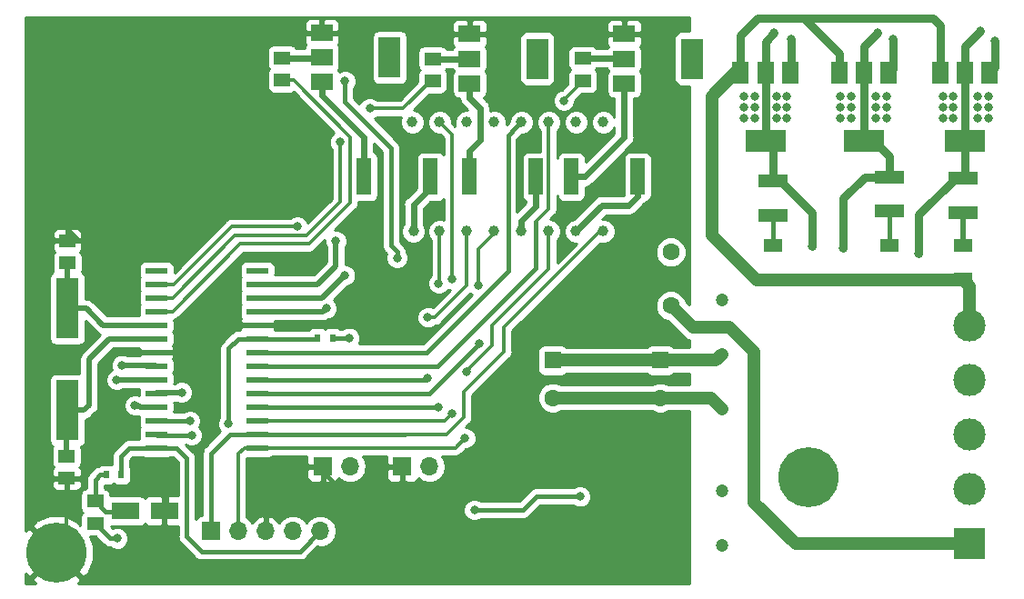
<source format=gbr>
G04 #@! TF.GenerationSoftware,KiCad,Pcbnew,no-vcs-found-104b606~61~ubuntu16.04.1*
G04 #@! TF.CreationDate,2018-02-16T14:36:21-05:00*
G04 #@! TF.ProjectId,D21_2550,4432315F323535302E6B696361645F70,rev?*
G04 #@! TF.SameCoordinates,Original*
G04 #@! TF.FileFunction,Copper,L2,Bot,Signal*
G04 #@! TF.FilePolarity,Positive*
%FSLAX46Y46*%
G04 Gerber Fmt 4.6, Leading zero omitted, Abs format (unit mm)*
G04 Created by KiCad (PCBNEW no-vcs-found-104b606~61~ubuntu16.04.1) date Fri Feb 16 14:36:21 2018*
%MOMM*%
%LPD*%
G01*
G04 APERTURE LIST*
%ADD10R,1.600000X1.600000*%
%ADD11C,1.600000*%
%ADD12R,1.500000X1.145000*%
%ADD13C,1.000000*%
%ADD14C,3.000000*%
%ADD15R,3.000000X3.000000*%
%ADD16O,1.700000X1.700000*%
%ADD17R,1.700000X1.700000*%
%ADD18R,2.000000X3.800000*%
%ADD19R,2.000000X1.500000*%
%ADD20R,2.700000X1.245000*%
%ADD21R,1.345000X3.400000*%
%ADD22R,2.000000X0.600000*%
%ADD23R,3.800000X2.000000*%
%ADD24R,1.500000X2.000000*%
%ADD25C,1.200000*%
%ADD26R,2.100000X5.600000*%
%ADD27R,0.600000X0.700000*%
%ADD28R,1.800000X1.245000*%
%ADD29C,5.600000*%
%ADD30R,2.600000X1.600000*%
%ADD31C,0.800000*%
%ADD32C,0.400000*%
%ADD33C,0.300000*%
%ADD34C,0.600000*%
%ADD35C,0.800000*%
%ADD36C,0.500000*%
%ADD37C,1.200000*%
%ADD38C,0.254000*%
G04 APERTURE END LIST*
D10*
X145200000Y-113100000D03*
D11*
X145200000Y-116600000D03*
D12*
X100000000Y-104042500D03*
X100000000Y-101957500D03*
X99940000Y-124085000D03*
X99940000Y-122000000D03*
D11*
X155200000Y-116600000D03*
D10*
X155200000Y-113100000D03*
D13*
X132230000Y-101080000D03*
X134650000Y-101080000D03*
X137190000Y-101080000D03*
X139730000Y-101080000D03*
X142270000Y-101080000D03*
X144810000Y-101080000D03*
X147350000Y-101080000D03*
X149890000Y-101080000D03*
X149890000Y-90920000D03*
X147350000Y-90920000D03*
X144810000Y-90920000D03*
X142270000Y-90920000D03*
X139730000Y-90920000D03*
X137190000Y-90920000D03*
X134650000Y-90920000D03*
X132110000Y-90920000D03*
D14*
X184000000Y-125080000D03*
X184000000Y-120000000D03*
D15*
X184000000Y-130160000D03*
D14*
X184000000Y-114920000D03*
X184000000Y-109840000D03*
D16*
X133721209Y-123000000D03*
D17*
X131181209Y-123000000D03*
X123790000Y-123000000D03*
D16*
X126330000Y-123000000D03*
D17*
X113380000Y-129000000D03*
D16*
X115920000Y-129000000D03*
X118460000Y-129000000D03*
X121000000Y-129000000D03*
X123540000Y-129000000D03*
D18*
X130000000Y-84890000D03*
D19*
X123700000Y-84890000D03*
X123700000Y-82590000D03*
X123700000Y-87190000D03*
X137460000Y-87300000D03*
X137460000Y-82700000D03*
X137460000Y-85000000D03*
D18*
X143760000Y-85000000D03*
X158150000Y-85000000D03*
D19*
X151850000Y-85000000D03*
X151850000Y-82700000D03*
X151850000Y-87300000D03*
D12*
X102590000Y-126220000D03*
X102590000Y-128305000D03*
D20*
X165658475Y-96381066D03*
X165658475Y-99566066D03*
X176565199Y-99188302D03*
X176565199Y-96003302D03*
X183410612Y-96148849D03*
X183410612Y-99333849D03*
D12*
X120000000Y-87000000D03*
X120000000Y-84915000D03*
X134000000Y-85000000D03*
X134000000Y-87085000D03*
X148000000Y-87042500D03*
X148000000Y-84957500D03*
D21*
X127627500Y-96000000D03*
X133812500Y-96000000D03*
X143632500Y-96000000D03*
X137447500Y-96000000D03*
X146907500Y-96000000D03*
X153092500Y-96000000D03*
D11*
X156200000Y-108000000D03*
X156200000Y-103000000D03*
D22*
X108300000Y-121255000D03*
X108300000Y-119985000D03*
X108300000Y-118715000D03*
X108300000Y-117445000D03*
X108300000Y-116175000D03*
X108300000Y-114905000D03*
X108300000Y-113635000D03*
X108300000Y-112365000D03*
X108300000Y-111095000D03*
X108300000Y-109825000D03*
X108300000Y-108555000D03*
X108300000Y-107285000D03*
X108300000Y-106015000D03*
X108300000Y-104745000D03*
X117700000Y-104745000D03*
X117700000Y-106015000D03*
X117700000Y-107285000D03*
X117700000Y-108555000D03*
X117700000Y-109825000D03*
X117700000Y-111095000D03*
X117700000Y-112365000D03*
X117700000Y-113635000D03*
X117700000Y-114905000D03*
X117700000Y-116175000D03*
X117700000Y-117445000D03*
X117700000Y-118715000D03*
X117700000Y-119985000D03*
X117700000Y-121255000D03*
D23*
X164982000Y-92640000D03*
D24*
X164982000Y-86340000D03*
X167282000Y-86340000D03*
X162682000Y-86340000D03*
X171874000Y-86340000D03*
X176474000Y-86340000D03*
X174174000Y-86340000D03*
D23*
X174174000Y-92640000D03*
X183570000Y-92640000D03*
D24*
X183570000Y-86340000D03*
X185870000Y-86340000D03*
X181270000Y-86340000D03*
D25*
X160916024Y-102362123D03*
X160916024Y-107442123D03*
X160916024Y-112522123D03*
X160916024Y-117602123D03*
X160916024Y-125222123D03*
X160916024Y-130302123D03*
D26*
X100000000Y-108250000D03*
X100000000Y-117750000D03*
D27*
X124700000Y-111000000D03*
X123300000Y-111000000D03*
X105010000Y-123757500D03*
X103610000Y-123757500D03*
D28*
X165658475Y-102404522D03*
X165658475Y-105589522D03*
X176565199Y-105592802D03*
X176565199Y-102407802D03*
X183356612Y-102376849D03*
X183356612Y-105561849D03*
D29*
X99000000Y-131000000D03*
X169000000Y-124000000D03*
D30*
X105420000Y-127140000D03*
X109020000Y-127140000D03*
D31*
X185750000Y-90500000D03*
X184750000Y-90500000D03*
X185750000Y-89500000D03*
X184750000Y-89500000D03*
X185750000Y-88500000D03*
X184750000Y-88500000D03*
X182500000Y-90500000D03*
X181500000Y-90500000D03*
X182500000Y-89500000D03*
X181500000Y-89500000D03*
X182500000Y-88500000D03*
X181500000Y-88500000D03*
X173000000Y-90500000D03*
X172000000Y-90500000D03*
X173000000Y-88500000D03*
X172000000Y-88500000D03*
X176250000Y-90500000D03*
X175250000Y-90500000D03*
X176250000Y-89500000D03*
X175250000Y-89500000D03*
X173000000Y-89500000D03*
X172000000Y-89500000D03*
X176250000Y-88500000D03*
X175250000Y-88500000D03*
X167000000Y-90500000D03*
X166000000Y-90500000D03*
X164000000Y-90500000D03*
X163000000Y-90500000D03*
X167000000Y-89500000D03*
X166000000Y-89500000D03*
X164000000Y-89500000D03*
X163000000Y-89500000D03*
X167000000Y-88500000D03*
X166000000Y-88500000D03*
X164000000Y-88500000D03*
X163000000Y-88500000D03*
X114560000Y-84750000D03*
X118540000Y-96920000D03*
X112270000Y-102270000D03*
X102000000Y-97000000D03*
X147750000Y-83240000D03*
X140000000Y-123000000D03*
X109300000Y-124250000D03*
X115000000Y-109000000D03*
X134579998Y-105940000D03*
X134520000Y-117500000D03*
X133510000Y-114750000D03*
X133560000Y-109100000D03*
X138340000Y-111530000D03*
X138260000Y-106130000D03*
X137130000Y-114160000D03*
X137020000Y-120350000D03*
X135800000Y-105520000D03*
X135790000Y-118040000D03*
X111420000Y-118740000D03*
X111560000Y-120060000D03*
X115000000Y-119000000D03*
X125860000Y-87100000D03*
X130700000Y-103550000D03*
X147720000Y-125780000D03*
X137900000Y-127040000D03*
X126240000Y-111010000D03*
X104660000Y-129690000D03*
X169350000Y-102450000D03*
X165820000Y-82550000D03*
X172180000Y-102620000D03*
X175460000Y-82550000D03*
X179280000Y-103130000D03*
X184980000Y-82430000D03*
X128151060Y-89637542D03*
X125379990Y-92781037D03*
X121420000Y-100620000D03*
X146220000Y-88910000D03*
X104590000Y-114920000D03*
X105090000Y-113550000D03*
X106280000Y-117300000D03*
X110630000Y-116080000D03*
X125000000Y-102000000D03*
X125831074Y-105185407D03*
X124100000Y-108260000D03*
X167360000Y-83200000D03*
X176860000Y-83140000D03*
X186370000Y-83330000D03*
D32*
X132460000Y-124700000D02*
X131031209Y-124700000D01*
X138300000Y-124700000D02*
X132460000Y-124700000D01*
X131631209Y-124700000D02*
X132460000Y-124700000D01*
X131181209Y-123000000D02*
X131181209Y-124250000D01*
X131181209Y-124250000D02*
X131631209Y-124700000D01*
X140000000Y-123000000D02*
X138300000Y-124700000D01*
X131031209Y-124700000D02*
X127280000Y-124700000D01*
D33*
X147750000Y-83240000D02*
X149240000Y-83240000D01*
X149240000Y-83240000D02*
X149780000Y-82700000D01*
X149780000Y-82700000D02*
X151850000Y-82700000D01*
X101490000Y-88670000D02*
X103650000Y-86510000D01*
X99950000Y-90250000D02*
X101490000Y-88710000D01*
X101490000Y-88710000D02*
X101490000Y-88670000D01*
X99950000Y-92300000D02*
X99950000Y-90250000D01*
X103650000Y-86510000D02*
X115210000Y-86510000D01*
X115210000Y-86510000D02*
X116000000Y-85720000D01*
X119130000Y-82590000D02*
X117340000Y-84380000D01*
X117340000Y-84380000D02*
X116000000Y-85720000D01*
X114560000Y-84750000D02*
X116970000Y-84750000D01*
X116970000Y-84750000D02*
X117340000Y-84380000D01*
X102000000Y-97000000D02*
X118460000Y-97000000D01*
X118460000Y-97000000D02*
X118540000Y-96920000D01*
X101530000Y-102270000D02*
X111704315Y-102270000D01*
X111704315Y-102270000D02*
X112270000Y-102270000D01*
X99950000Y-100690000D02*
X101530000Y-102270000D01*
X102000000Y-97000000D02*
X100000000Y-95000000D01*
X100000000Y-95000000D02*
X100000000Y-92350000D01*
X100000000Y-92350000D02*
X99950000Y-92300000D01*
X99940000Y-124085000D02*
X99940000Y-130060000D01*
X99940000Y-130060000D02*
X99000000Y-131000000D01*
D32*
X124980000Y-124700000D02*
X127280000Y-124700000D01*
X123790000Y-123510000D02*
X124980000Y-124700000D01*
X123790000Y-123000000D02*
X123790000Y-123510000D01*
D33*
X109300000Y-124250000D02*
X109300000Y-126230000D01*
X109300000Y-126230000D02*
X108400000Y-127130000D01*
D32*
X123790000Y-123000000D02*
X122540000Y-123000000D01*
X122540000Y-123000000D02*
X118460000Y-127080000D01*
X118460000Y-127080000D02*
X118460000Y-127797919D01*
X118460000Y-127797919D02*
X118460000Y-129000000D01*
D33*
X101750000Y-123720000D02*
X101385000Y-124085000D01*
X101385000Y-124085000D02*
X99940000Y-124085000D01*
X101750000Y-121330000D02*
X101750000Y-123720000D01*
X103330000Y-119750000D02*
X101750000Y-121330000D01*
X103330000Y-113730000D02*
X103330000Y-119750000D01*
X104710000Y-112350000D02*
X103330000Y-113730000D01*
X106885000Y-112350000D02*
X104710000Y-112350000D01*
X108300000Y-112365000D02*
X106900000Y-112365000D01*
X106900000Y-112365000D02*
X106885000Y-112350000D01*
X117700000Y-109825000D02*
X115825000Y-109825000D01*
X115825000Y-109825000D02*
X115000000Y-109000000D01*
X108300000Y-112365000D02*
X109800000Y-112365000D01*
X109800000Y-112365000D02*
X112340000Y-109825000D01*
X112340000Y-109825000D02*
X116200000Y-109825000D01*
X116200000Y-109825000D02*
X117700000Y-109825000D01*
X100000000Y-101957500D02*
X100000000Y-100740000D01*
X100000000Y-100740000D02*
X99950000Y-100690000D01*
X123700000Y-82590000D02*
X119130000Y-82590000D01*
X149290000Y-82160000D02*
X149830000Y-82700000D01*
X137460000Y-82700000D02*
X139770000Y-82700000D01*
X140310000Y-82160000D02*
X149290000Y-82160000D01*
X139770000Y-82700000D02*
X140310000Y-82160000D01*
X149830000Y-82700000D02*
X151850000Y-82700000D01*
X135070000Y-81910000D02*
X125980000Y-81910000D01*
X135860000Y-82700000D02*
X135070000Y-81910000D01*
X125980000Y-81910000D02*
X125300000Y-82590000D01*
X137460000Y-82700000D02*
X135860000Y-82700000D01*
X125300000Y-82590000D02*
X123700000Y-82590000D01*
X99950000Y-98700000D02*
X99950000Y-100690000D01*
X99950000Y-92300000D02*
X99950000Y-98700000D01*
X134650000Y-105869998D02*
X134579998Y-105940000D01*
X134650000Y-101080000D02*
X134650000Y-105869998D01*
D32*
X117700000Y-117445000D02*
X134465000Y-117445000D01*
X134465000Y-117445000D02*
X134520000Y-117500000D01*
X117700000Y-114905000D02*
X133355000Y-114905000D01*
X133355000Y-114905000D02*
X133510000Y-114750000D01*
D33*
X134125685Y-109100000D02*
X133560000Y-109100000D01*
X137190000Y-106115685D02*
X134205685Y-109100000D01*
X134205685Y-109100000D02*
X134125685Y-109100000D01*
X137190000Y-101080000D02*
X137190000Y-106115685D01*
X139730000Y-101080000D02*
X139730000Y-101270000D01*
X138250000Y-106120000D02*
X138260000Y-106130000D01*
X139730000Y-101270000D02*
X138250000Y-102750000D01*
X138250000Y-102750000D02*
X138250000Y-106120000D01*
D32*
X117700000Y-116175000D02*
X133695000Y-116175000D01*
X133695000Y-116175000D02*
X137940001Y-111929999D01*
X137940001Y-111929999D02*
X138340000Y-111530000D01*
D33*
X117700000Y-121255000D02*
X136115000Y-121255000D01*
X136115000Y-121255000D02*
X137020000Y-120350000D01*
X144810000Y-101080000D02*
X144810000Y-104600000D01*
X139550000Y-111750000D02*
X139550000Y-109860000D01*
X139550000Y-109860000D02*
X144810000Y-104600000D01*
X137539999Y-113760001D02*
X139550000Y-111750000D01*
X137529999Y-113760001D02*
X137539999Y-113760001D01*
X137529999Y-113760001D02*
X137130000Y-114160000D01*
X115920000Y-129000000D02*
X115920000Y-121810000D01*
X115920000Y-121810000D02*
X116475000Y-121255000D01*
X116475000Y-121255000D02*
X117700000Y-121255000D01*
X136900000Y-116050000D02*
X140650000Y-112300000D01*
X140650000Y-112300000D02*
X140650000Y-110050000D01*
X136900000Y-118400000D02*
X136900000Y-116050000D01*
X135330000Y-119970000D02*
X136900000Y-118400000D01*
X134950000Y-119970000D02*
X135130000Y-119970000D01*
X131450000Y-119970000D02*
X134950000Y-119970000D01*
X134950000Y-119970000D02*
X135330000Y-119970000D01*
X131400000Y-120020000D02*
X131450000Y-119970000D01*
X140650000Y-110050000D02*
X149620000Y-101080000D01*
X149620000Y-101080000D02*
X149890000Y-101080000D01*
D32*
X131365000Y-119985000D02*
X119100000Y-119985000D01*
X119100000Y-119985000D02*
X117700000Y-119985000D01*
X113380000Y-129000000D02*
X113380000Y-121750000D01*
X113380000Y-121750000D02*
X115145000Y-119985000D01*
X115145000Y-119985000D02*
X117700000Y-119985000D01*
X134435000Y-113635000D02*
X143560000Y-104510000D01*
X143560000Y-104510000D02*
X143560000Y-100230000D01*
X117700000Y-113635000D02*
X134435000Y-113635000D01*
D33*
X143560000Y-100230000D02*
X144810000Y-98980000D01*
X144810000Y-91627106D02*
X144810000Y-90920000D01*
X144810000Y-98980000D02*
X144810000Y-91627106D01*
D32*
X117700000Y-112365000D02*
X133425000Y-112365000D01*
X133425000Y-112365000D02*
X141020000Y-104770000D01*
X141020000Y-104770000D02*
X141020000Y-92170000D01*
X141020000Y-92170000D02*
X141770001Y-91419999D01*
X141770001Y-91419999D02*
X142270000Y-90920000D01*
D33*
X134650000Y-90920000D02*
X135800000Y-92070000D01*
X135800000Y-92070000D02*
X135800000Y-104954315D01*
X135800000Y-104954315D02*
X135800000Y-105520000D01*
X117700000Y-118715000D02*
X135115000Y-118715000D01*
X135115000Y-118715000D02*
X135390001Y-118439999D01*
X135390001Y-118439999D02*
X135790000Y-118040000D01*
D32*
X108300000Y-118715000D02*
X111395000Y-118715000D01*
X111395000Y-118715000D02*
X111420000Y-118740000D01*
X111560000Y-120060000D02*
X108375000Y-120060000D01*
X108375000Y-120060000D02*
X108300000Y-119985000D01*
X115000000Y-112000000D02*
X115905000Y-111095000D01*
X115905000Y-111095000D02*
X117700000Y-111095000D01*
X115000000Y-119000000D02*
X115000000Y-112000000D01*
X117700000Y-111095000D02*
X123205000Y-111095000D01*
X123205000Y-111095000D02*
X123300000Y-111000000D01*
X111120000Y-129520000D02*
X111120000Y-122240000D01*
X121650000Y-130890000D02*
X112490000Y-130890000D01*
X112490000Y-130890000D02*
X111120000Y-129520000D01*
X110135000Y-121255000D02*
X108300000Y-121255000D01*
X123540000Y-129000000D02*
X121650000Y-130890000D01*
X111120000Y-122240000D02*
X110135000Y-121255000D01*
X105740000Y-121300000D02*
X105010000Y-122030000D01*
X105010000Y-122030000D02*
X105010000Y-123757500D01*
X107555000Y-121300000D02*
X105740000Y-121300000D01*
X108300000Y-121255000D02*
X107600000Y-121255000D01*
X107600000Y-121255000D02*
X107555000Y-121300000D01*
D34*
X120000000Y-84915000D02*
X123675000Y-84915000D01*
X123675000Y-84915000D02*
X123700000Y-84890000D01*
X137460000Y-85000000D02*
X134000000Y-85000000D01*
X148000000Y-84957500D02*
X151807500Y-84957500D01*
X151807500Y-84957500D02*
X151850000Y-85000000D01*
D32*
X130150000Y-93320000D02*
X125860000Y-89030000D01*
X125860000Y-89030000D02*
X125860000Y-87100000D01*
X130150000Y-102434315D02*
X130150000Y-93320000D01*
X130700000Y-103550000D02*
X130700000Y-102984315D01*
X130700000Y-102984315D02*
X130150000Y-102434315D01*
X137900000Y-127040000D02*
X142400000Y-127040000D01*
X143660000Y-125780000D02*
X147154315Y-125780000D01*
X147154315Y-125780000D02*
X147720000Y-125780000D01*
X142400000Y-127040000D02*
X143660000Y-125780000D01*
X124700000Y-111000000D02*
X126230000Y-111000000D01*
X126230000Y-111000000D02*
X126240000Y-111010000D01*
X104660000Y-129690000D02*
X103975000Y-129690000D01*
X103975000Y-129690000D02*
X102590000Y-128305000D01*
D35*
X169350000Y-99345091D02*
X169350000Y-100072591D01*
X166385975Y-96381066D02*
X169350000Y-99345091D01*
X169350000Y-100072591D02*
X169350000Y-102450000D01*
X165658475Y-96381066D02*
X166385975Y-96381066D01*
X165658475Y-96381066D02*
X165658475Y-93316475D01*
X165658475Y-93316475D02*
X164982000Y-92640000D01*
X164982000Y-86340000D02*
X164982000Y-87740000D01*
X164982000Y-87740000D02*
X164982000Y-92640000D01*
X164982000Y-86340000D02*
X164982000Y-83388000D01*
X164982000Y-83388000D02*
X165820000Y-82550000D01*
X176565199Y-96003302D02*
X174206698Y-96003302D01*
X174206698Y-96003302D02*
X172180000Y-98030000D01*
X172180000Y-100388501D02*
X172180000Y-102620000D01*
X172180000Y-98030000D02*
X172180000Y-100388501D01*
X174174000Y-92640000D02*
X175074000Y-92640000D01*
X175074000Y-92640000D02*
X176565199Y-94131199D01*
X176565199Y-94131199D02*
X176565199Y-94980802D01*
X176565199Y-94980802D02*
X176565199Y-96003302D01*
X174174000Y-86340000D02*
X174174000Y-87740000D01*
X174174000Y-87740000D02*
X174174000Y-92640000D01*
X174174000Y-86340000D02*
X174174000Y-83836000D01*
X174174000Y-83836000D02*
X175460000Y-82550000D01*
X183410612Y-96148849D02*
X182683112Y-96148849D01*
X182683112Y-96148849D02*
X179280000Y-99551961D01*
X179280000Y-99551961D02*
X179280000Y-103130000D01*
X183570000Y-92640000D02*
X183570000Y-95989461D01*
X183570000Y-95989461D02*
X183410612Y-96148849D01*
X183580000Y-84530000D02*
X183580000Y-83830000D01*
X183580000Y-83830000D02*
X184980000Y-82430000D01*
X183570000Y-86340000D02*
X183570000Y-84540000D01*
X183570000Y-84540000D02*
X183580000Y-84530000D01*
X183570000Y-92640000D02*
X183570000Y-86340000D01*
D33*
X122500000Y-102250000D02*
X126330000Y-98420000D01*
X116105000Y-102250000D02*
X122500000Y-102250000D01*
X108300000Y-108555000D02*
X109800000Y-108555000D01*
X109800000Y-108555000D02*
X116105000Y-102250000D01*
X126330000Y-98420000D02*
X126330000Y-92280000D01*
X126330000Y-92280000D02*
X121050000Y-87000000D01*
X121050000Y-87000000D02*
X120000000Y-87000000D01*
X122250000Y-101500000D02*
X125379990Y-98370010D01*
X115585000Y-101500000D02*
X122250000Y-101500000D01*
X109800000Y-107285000D02*
X115585000Y-101500000D01*
X108300000Y-107285000D02*
X109800000Y-107285000D01*
X125379990Y-93346722D02*
X125379990Y-92781037D01*
X125379990Y-98370010D02*
X125379990Y-93346722D01*
X128716745Y-89637542D02*
X128151060Y-89637542D01*
X133822500Y-87085000D02*
X131269958Y-89637542D01*
X134000000Y-87085000D02*
X133822500Y-87085000D01*
X131269958Y-89637542D02*
X128716745Y-89637542D01*
X109938614Y-106015000D02*
X115333614Y-100620000D01*
X115333614Y-100620000D02*
X120854315Y-100620000D01*
X120854315Y-100620000D02*
X121420000Y-100620000D01*
X108300000Y-106015000D02*
X109938614Y-106015000D01*
X146220000Y-88822500D02*
X148000000Y-87042500D01*
X146220000Y-88910000D02*
X146220000Y-88822500D01*
D36*
X104590000Y-114920000D02*
X108285000Y-114920000D01*
X108285000Y-114920000D02*
X108300000Y-114905000D01*
X105090000Y-113550000D02*
X108215000Y-113550000D01*
X108215000Y-113550000D02*
X108300000Y-113635000D01*
X106630000Y-117300000D02*
X106775000Y-117445000D01*
X106775000Y-117445000D02*
X108300000Y-117445000D01*
X106280000Y-117300000D02*
X106630000Y-117300000D01*
X110630000Y-116080000D02*
X110610000Y-116080000D01*
X108325000Y-116150000D02*
X108300000Y-116175000D01*
X110610000Y-116080000D02*
X110540000Y-116150000D01*
X110540000Y-116150000D02*
X108325000Y-116150000D01*
X117700000Y-106015000D02*
X123295000Y-106015000D01*
X123295000Y-106015000D02*
X125000000Y-104310000D01*
X125000000Y-104310000D02*
X125000000Y-102000000D01*
X123731481Y-107285000D02*
X125431075Y-105585406D01*
X117700000Y-107285000D02*
X123731481Y-107285000D01*
X125431075Y-105585406D02*
X125831074Y-105185407D01*
X117700000Y-108555000D02*
X123805000Y-108555000D01*
X123805000Y-108555000D02*
X124100000Y-108260000D01*
D35*
X167360000Y-83200000D02*
X167360000Y-86262000D01*
D32*
X167360000Y-86262000D02*
X167282000Y-86340000D01*
D35*
X176860000Y-83140000D02*
X176860000Y-85954000D01*
X176860000Y-85954000D02*
X176474000Y-86340000D01*
X186370000Y-83330000D02*
X186370000Y-85840000D01*
X186370000Y-85840000D02*
X185870000Y-86340000D01*
D37*
X160916024Y-102362123D02*
X160000000Y-101446099D01*
X160000000Y-88500000D02*
X162160000Y-86340000D01*
X160000000Y-101446099D02*
X160000000Y-88500000D01*
X162160000Y-86340000D02*
X162682000Y-86340000D01*
D35*
X164280000Y-81220000D02*
X168530000Y-81220000D01*
X168530000Y-81220000D02*
X180580000Y-81220000D01*
X171874000Y-86340000D02*
X171874000Y-84540000D01*
X171874000Y-84540000D02*
X168554000Y-81220000D01*
X168554000Y-81220000D02*
X168530000Y-81220000D01*
X180580000Y-81220000D02*
X181270000Y-81910000D01*
X181270000Y-81910000D02*
X181270000Y-86340000D01*
X162682000Y-82818000D02*
X164280000Y-81220000D01*
X162682000Y-86340000D02*
X162682000Y-82818000D01*
D37*
X184000000Y-109840000D02*
X184000000Y-106205237D01*
X184000000Y-106205237D02*
X183356612Y-105561849D01*
X176565199Y-105592802D02*
X183325659Y-105592802D01*
X183325659Y-105592802D02*
X183356612Y-105561849D01*
X165658475Y-105589522D02*
X176561919Y-105589522D01*
X176561919Y-105589522D02*
X176565199Y-105592802D01*
X160916024Y-102362123D02*
X164143423Y-105589522D01*
X164143423Y-105589522D02*
X165658475Y-105589522D01*
D32*
X165658475Y-99566066D02*
X165658475Y-102404522D01*
X165658475Y-102404522D02*
X165655098Y-102407899D01*
X176565199Y-99188302D02*
X176565199Y-102407802D01*
D36*
X183356612Y-102376849D02*
X183356612Y-99387849D01*
X183356612Y-99387849D02*
X183410612Y-99333849D01*
D32*
X102590000Y-126220000D02*
X103550000Y-127180000D01*
X103550000Y-127180000D02*
X105380000Y-127180000D01*
X105380000Y-127180000D02*
X105420000Y-127140000D01*
X102590000Y-126220000D02*
X102590000Y-124227500D01*
X102590000Y-124227500D02*
X103060000Y-123757500D01*
X103060000Y-123757500D02*
X103610000Y-123757500D01*
D36*
X99940000Y-122000000D02*
X99940000Y-117810000D01*
X99940000Y-117810000D02*
X100000000Y-117750000D01*
X102000000Y-113000000D02*
X103905000Y-111095000D01*
X103905000Y-111095000D02*
X108300000Y-111095000D01*
X102000000Y-117300000D02*
X102000000Y-113000000D01*
X100000000Y-117750000D02*
X101550000Y-117750000D01*
X101550000Y-117750000D02*
X102000000Y-117300000D01*
X100000000Y-108250000D02*
X101750000Y-108250000D01*
X101750000Y-108250000D02*
X103325000Y-109825000D01*
X103325000Y-109825000D02*
X106800000Y-109825000D01*
X106800000Y-109825000D02*
X108300000Y-109825000D01*
X100000000Y-108250000D02*
X100000000Y-104042500D01*
D34*
X132230000Y-101080000D02*
X132230000Y-98610000D01*
X132230000Y-98610000D02*
X133812500Y-97027500D01*
X133812500Y-97027500D02*
X133812500Y-96000000D01*
X142270000Y-100140000D02*
X143632500Y-98777500D01*
X143632500Y-98777500D02*
X143632500Y-96000000D01*
X142270000Y-101080000D02*
X142270000Y-100140000D01*
X147350000Y-101080000D02*
X149780000Y-98650000D01*
X149780000Y-98650000D02*
X152230000Y-98650000D01*
X152230000Y-98650000D02*
X153092500Y-97787500D01*
X153092500Y-97787500D02*
X153092500Y-96000000D01*
X123700000Y-88422096D02*
X123700000Y-87190000D01*
X127627500Y-96000000D02*
X127627500Y-92349596D01*
X127627500Y-92349596D02*
X123700000Y-88422096D01*
X138430000Y-92570000D02*
X138430000Y-89620000D01*
X137460000Y-88650000D02*
X137460000Y-87300000D01*
X138430000Y-89620000D02*
X137460000Y-88650000D01*
X137447500Y-93552500D02*
X138430000Y-92570000D01*
X137447500Y-96000000D02*
X137447500Y-93552500D01*
X146907500Y-96000000D02*
X148180000Y-96000000D01*
X148180000Y-96000000D02*
X151850000Y-92330000D01*
X151850000Y-92330000D02*
X151850000Y-88650000D01*
X151850000Y-88650000D02*
X151850000Y-87300000D01*
D37*
X155200000Y-116600000D02*
X159913901Y-116600000D01*
X159913901Y-116600000D02*
X160916024Y-117602123D01*
X145200000Y-116600000D02*
X155200000Y-116600000D01*
X163960000Y-112310000D02*
X161660000Y-110010000D01*
X163960000Y-126330000D02*
X163960000Y-112310000D01*
X167790000Y-130160000D02*
X163960000Y-126330000D01*
X184000000Y-130160000D02*
X167790000Y-130160000D01*
X158210000Y-110010000D02*
X156200000Y-108000000D01*
X161660000Y-110010000D02*
X158210000Y-110010000D01*
X155200000Y-113100000D02*
X160338147Y-113100000D01*
X160338147Y-113100000D02*
X160916024Y-112522123D01*
X145200000Y-113100000D02*
X155200000Y-113100000D01*
D38*
G36*
X157873000Y-82452560D02*
X157150000Y-82452560D01*
X156902235Y-82501843D01*
X156692191Y-82642191D01*
X156551843Y-82852235D01*
X156502560Y-83100000D01*
X156502560Y-86900000D01*
X156551843Y-87147765D01*
X156692191Y-87357809D01*
X156902235Y-87498157D01*
X157150000Y-87547440D01*
X157873000Y-87547440D01*
X157873000Y-107926447D01*
X157616534Y-107669981D01*
X157416534Y-107187138D01*
X157012862Y-106783466D01*
X156485439Y-106565000D01*
X155914561Y-106565000D01*
X155387138Y-106783466D01*
X154983466Y-107187138D01*
X154765000Y-107714561D01*
X154765000Y-108285439D01*
X154983466Y-108812862D01*
X155387138Y-109216534D01*
X155869981Y-109416534D01*
X157250715Y-110797269D01*
X157319615Y-110900385D01*
X157422731Y-110969285D01*
X157422732Y-110969286D01*
X157513258Y-111029773D01*
X157728127Y-111173344D01*
X157873000Y-111202161D01*
X157873000Y-111865000D01*
X156473050Y-111865000D01*
X156457809Y-111842191D01*
X156247765Y-111701843D01*
X156000000Y-111652560D01*
X154400000Y-111652560D01*
X154152235Y-111701843D01*
X153942191Y-111842191D01*
X153926950Y-111865000D01*
X146473050Y-111865000D01*
X146457809Y-111842191D01*
X146247765Y-111701843D01*
X146000000Y-111652560D01*
X144400000Y-111652560D01*
X144152235Y-111701843D01*
X143942191Y-111842191D01*
X143801843Y-112052235D01*
X143752560Y-112300000D01*
X143752560Y-113900000D01*
X143801843Y-114147765D01*
X143942191Y-114357809D01*
X144152235Y-114498157D01*
X144400000Y-114547440D01*
X146000000Y-114547440D01*
X146247765Y-114498157D01*
X146457809Y-114357809D01*
X146473050Y-114335000D01*
X153926950Y-114335000D01*
X153942191Y-114357809D01*
X154152235Y-114498157D01*
X154400000Y-114547440D01*
X156000000Y-114547440D01*
X156247765Y-114498157D01*
X156457809Y-114357809D01*
X156473050Y-114335000D01*
X157873000Y-114335000D01*
X157873000Y-115365000D01*
X155968281Y-115365000D01*
X155485439Y-115165000D01*
X154914561Y-115165000D01*
X154431719Y-115365000D01*
X145968281Y-115365000D01*
X145485439Y-115165000D01*
X144914561Y-115165000D01*
X144387138Y-115383466D01*
X143983466Y-115787138D01*
X143765000Y-116314561D01*
X143765000Y-116885439D01*
X143983466Y-117412862D01*
X144387138Y-117816534D01*
X144914561Y-118035000D01*
X145485439Y-118035000D01*
X145968281Y-117835000D01*
X154431719Y-117835000D01*
X154914561Y-118035000D01*
X155485439Y-118035000D01*
X155968281Y-117835000D01*
X157873000Y-117835000D01*
X157873000Y-133873000D01*
X100977780Y-133873000D01*
X101272735Y-133452340D01*
X99000000Y-131179605D01*
X96727265Y-133452340D01*
X97022220Y-133873000D01*
X96127000Y-133873000D01*
X96127000Y-132977780D01*
X96547660Y-133272735D01*
X98820395Y-131000000D01*
X96547660Y-128727265D01*
X96127000Y-129022220D01*
X96127000Y-128547660D01*
X96727265Y-128547660D01*
X99000000Y-130820395D01*
X99014143Y-130806253D01*
X99193748Y-130985858D01*
X99179605Y-131000000D01*
X101452340Y-133272735D01*
X101906203Y-132954499D01*
X102432936Y-131693566D01*
X102437035Y-130327044D01*
X102107609Y-129524940D01*
X102629073Y-129524940D01*
X103326415Y-130222282D01*
X103372999Y-130292001D01*
X103596704Y-130441476D01*
X103649199Y-130476552D01*
X103975000Y-130541358D01*
X104035594Y-130529305D01*
X104073720Y-130567431D01*
X104454126Y-130725000D01*
X104865874Y-130725000D01*
X105246280Y-130567431D01*
X105537431Y-130276280D01*
X105695000Y-129895874D01*
X105695000Y-129484126D01*
X105537431Y-129103720D01*
X105246280Y-128812569D01*
X104865874Y-128655000D01*
X104454126Y-128655000D01*
X104218477Y-128752609D01*
X104036748Y-128570880D01*
X104120000Y-128587440D01*
X106720000Y-128587440D01*
X106967765Y-128538157D01*
X107177809Y-128397809D01*
X107218654Y-128336680D01*
X107360302Y-128478327D01*
X107593691Y-128575000D01*
X108734250Y-128575000D01*
X108893000Y-128416250D01*
X108893000Y-127267000D01*
X108873000Y-127267000D01*
X108873000Y-127013000D01*
X108893000Y-127013000D01*
X108893000Y-125863750D01*
X108734250Y-125705000D01*
X107593691Y-125705000D01*
X107360302Y-125801673D01*
X107218654Y-125943320D01*
X107177809Y-125882191D01*
X106967765Y-125741843D01*
X106720000Y-125692560D01*
X104120000Y-125692560D01*
X103987440Y-125718928D01*
X103987440Y-125647500D01*
X103938157Y-125399735D01*
X103797809Y-125189691D01*
X103587765Y-125049343D01*
X103425000Y-125016967D01*
X103425000Y-124754940D01*
X103910000Y-124754940D01*
X104157765Y-124705657D01*
X104310000Y-124603936D01*
X104462235Y-124705657D01*
X104710000Y-124754940D01*
X105310000Y-124754940D01*
X105557765Y-124705657D01*
X105767809Y-124565309D01*
X105908157Y-124355265D01*
X105957440Y-124107500D01*
X105957440Y-123407500D01*
X105908157Y-123159735D01*
X105845000Y-123065215D01*
X105845000Y-122375867D01*
X106085868Y-122135000D01*
X107025061Y-122135000D01*
X107052235Y-122153157D01*
X107300000Y-122202440D01*
X109300000Y-122202440D01*
X109547765Y-122153157D01*
X109642285Y-122090000D01*
X109789132Y-122090000D01*
X110285001Y-122585869D01*
X110285001Y-125705000D01*
X109305750Y-125705000D01*
X109147000Y-125863750D01*
X109147000Y-127013000D01*
X109167000Y-127013000D01*
X109167000Y-127267000D01*
X109147000Y-127267000D01*
X109147000Y-128416250D01*
X109305750Y-128575000D01*
X110285000Y-128575000D01*
X110285000Y-129437767D01*
X110268643Y-129520000D01*
X110285000Y-129602233D01*
X110285000Y-129602236D01*
X110333448Y-129845800D01*
X110517999Y-130122001D01*
X110587720Y-130168587D01*
X111841415Y-131422282D01*
X111887999Y-131492001D01*
X112164199Y-131676552D01*
X112407763Y-131725000D01*
X112490000Y-131741358D01*
X112572237Y-131725000D01*
X121567767Y-131725000D01*
X121650000Y-131741357D01*
X121732233Y-131725000D01*
X121732237Y-131725000D01*
X121975801Y-131676552D01*
X122252001Y-131492001D01*
X122298587Y-131422280D01*
X123262061Y-130458807D01*
X123393744Y-130485000D01*
X123686256Y-130485000D01*
X124119418Y-130398839D01*
X124610625Y-130070625D01*
X124938839Y-129579418D01*
X125054092Y-129000000D01*
X124938839Y-128420582D01*
X124610625Y-127929375D01*
X124119418Y-127601161D01*
X123686256Y-127515000D01*
X123393744Y-127515000D01*
X122960582Y-127601161D01*
X122469375Y-127929375D01*
X122270000Y-128227761D01*
X122070625Y-127929375D01*
X121579418Y-127601161D01*
X121146256Y-127515000D01*
X120853744Y-127515000D01*
X120420582Y-127601161D01*
X119929375Y-127929375D01*
X119716157Y-128248478D01*
X119655183Y-128118642D01*
X119226924Y-127728355D01*
X118816890Y-127558524D01*
X118587000Y-127679845D01*
X118587000Y-128873000D01*
X118607000Y-128873000D01*
X118607000Y-129127000D01*
X118587000Y-129127000D01*
X118587000Y-129147000D01*
X118333000Y-129147000D01*
X118333000Y-129127000D01*
X118313000Y-129127000D01*
X118313000Y-128873000D01*
X118333000Y-128873000D01*
X118333000Y-127679845D01*
X118103110Y-127558524D01*
X117693076Y-127728355D01*
X117264817Y-128118642D01*
X117203843Y-128248478D01*
X116990625Y-127929375D01*
X116705000Y-127738526D01*
X116705000Y-126834126D01*
X136865000Y-126834126D01*
X136865000Y-127245874D01*
X137022569Y-127626280D01*
X137313720Y-127917431D01*
X137694126Y-128075000D01*
X138105874Y-128075000D01*
X138486280Y-127917431D01*
X138528711Y-127875000D01*
X142317767Y-127875000D01*
X142400000Y-127891357D01*
X142482233Y-127875000D01*
X142482237Y-127875000D01*
X142725801Y-127826552D01*
X143002001Y-127642001D01*
X143048587Y-127572280D01*
X144005868Y-126615000D01*
X147091289Y-126615000D01*
X147133720Y-126657431D01*
X147514126Y-126815000D01*
X147925874Y-126815000D01*
X148306280Y-126657431D01*
X148597431Y-126366280D01*
X148755000Y-125985874D01*
X148755000Y-125574126D01*
X148597431Y-125193720D01*
X148306280Y-124902569D01*
X147925874Y-124745000D01*
X147514126Y-124745000D01*
X147133720Y-124902569D01*
X147091289Y-124945000D01*
X143742232Y-124945000D01*
X143659999Y-124928643D01*
X143577766Y-124945000D01*
X143577763Y-124945000D01*
X143334199Y-124993448D01*
X143057999Y-125177999D01*
X143011415Y-125247718D01*
X142054133Y-126205000D01*
X138528711Y-126205000D01*
X138486280Y-126162569D01*
X138105874Y-126005000D01*
X137694126Y-126005000D01*
X137313720Y-126162569D01*
X137022569Y-126453720D01*
X136865000Y-126834126D01*
X116705000Y-126834126D01*
X116705000Y-123285750D01*
X122305000Y-123285750D01*
X122305000Y-123976310D01*
X122401673Y-124209699D01*
X122580302Y-124388327D01*
X122813691Y-124485000D01*
X123504250Y-124485000D01*
X123663000Y-124326250D01*
X123663000Y-123127000D01*
X122463750Y-123127000D01*
X122305000Y-123285750D01*
X116705000Y-123285750D01*
X116705000Y-122202440D01*
X118700000Y-122202440D01*
X118947765Y-122153157D01*
X119117115Y-122040000D01*
X122305000Y-122040000D01*
X122305000Y-122714250D01*
X122463750Y-122873000D01*
X123663000Y-122873000D01*
X123663000Y-122853000D01*
X123917000Y-122853000D01*
X123917000Y-122873000D01*
X123937000Y-122873000D01*
X123937000Y-123127000D01*
X123917000Y-123127000D01*
X123917000Y-124326250D01*
X124075750Y-124485000D01*
X124766309Y-124485000D01*
X124999698Y-124388327D01*
X125178327Y-124209699D01*
X125244904Y-124048968D01*
X125259375Y-124070625D01*
X125750582Y-124398839D01*
X126183744Y-124485000D01*
X126476256Y-124485000D01*
X126909418Y-124398839D01*
X127400625Y-124070625D01*
X127728839Y-123579418D01*
X127787252Y-123285750D01*
X129696209Y-123285750D01*
X129696209Y-123976310D01*
X129792882Y-124209699D01*
X129971511Y-124388327D01*
X130204900Y-124485000D01*
X130895459Y-124485000D01*
X131054209Y-124326250D01*
X131054209Y-123127000D01*
X129854959Y-123127000D01*
X129696209Y-123285750D01*
X127787252Y-123285750D01*
X127844092Y-123000000D01*
X127728839Y-122420582D01*
X127474542Y-122040000D01*
X129696209Y-122040000D01*
X129696209Y-122714250D01*
X129854959Y-122873000D01*
X131054209Y-122873000D01*
X131054209Y-122853000D01*
X131308209Y-122853000D01*
X131308209Y-122873000D01*
X131328209Y-122873000D01*
X131328209Y-123127000D01*
X131308209Y-123127000D01*
X131308209Y-124326250D01*
X131466959Y-124485000D01*
X132157518Y-124485000D01*
X132390907Y-124388327D01*
X132569536Y-124209699D01*
X132636113Y-124048968D01*
X132650584Y-124070625D01*
X133141791Y-124398839D01*
X133574953Y-124485000D01*
X133867465Y-124485000D01*
X134300627Y-124398839D01*
X134791834Y-124070625D01*
X135120048Y-123579418D01*
X135235301Y-123000000D01*
X135120048Y-122420582D01*
X134865751Y-122040000D01*
X136037688Y-122040000D01*
X136115000Y-122055378D01*
X136192312Y-122040000D01*
X136192316Y-122040000D01*
X136421292Y-121994454D01*
X136680953Y-121820953D01*
X136724749Y-121755408D01*
X137095157Y-121385000D01*
X137225874Y-121385000D01*
X137606280Y-121227431D01*
X137897431Y-120936280D01*
X138055000Y-120555874D01*
X138055000Y-120144126D01*
X137897431Y-119763720D01*
X137606280Y-119472569D01*
X137225874Y-119315000D01*
X137095158Y-119315000D01*
X137400411Y-119009747D01*
X137465953Y-118965953D01*
X137509747Y-118900411D01*
X137509749Y-118900409D01*
X137580765Y-118794126D01*
X137639454Y-118706292D01*
X137685000Y-118477316D01*
X137685000Y-118477312D01*
X137700378Y-118400001D01*
X137685000Y-118322690D01*
X137685000Y-116375157D01*
X141150411Y-112909747D01*
X141215953Y-112865953D01*
X141259747Y-112800411D01*
X141259749Y-112800409D01*
X141389454Y-112606292D01*
X141400576Y-112550379D01*
X141435000Y-112377316D01*
X141435000Y-112377312D01*
X141450378Y-112300000D01*
X141435000Y-112222688D01*
X141435000Y-110375157D01*
X149095596Y-102714561D01*
X154765000Y-102714561D01*
X154765000Y-103285439D01*
X154983466Y-103812862D01*
X155387138Y-104216534D01*
X155914561Y-104435000D01*
X156485439Y-104435000D01*
X157012862Y-104216534D01*
X157416534Y-103812862D01*
X157635000Y-103285439D01*
X157635000Y-102714561D01*
X157416534Y-102187138D01*
X157012862Y-101783466D01*
X156485439Y-101565000D01*
X155914561Y-101565000D01*
X155387138Y-101783466D01*
X154983466Y-102187138D01*
X154765000Y-102714561D01*
X149095596Y-102714561D01*
X149615389Y-102194768D01*
X149664234Y-102215000D01*
X150115766Y-102215000D01*
X150532926Y-102042207D01*
X150852207Y-101722926D01*
X151025000Y-101305766D01*
X151025000Y-100854234D01*
X150852207Y-100437074D01*
X150532926Y-100117793D01*
X150115766Y-99945000D01*
X149807290Y-99945000D01*
X150167290Y-99585000D01*
X152137914Y-99585000D01*
X152230000Y-99603317D01*
X152322086Y-99585000D01*
X152594819Y-99530750D01*
X152904097Y-99324097D01*
X152956261Y-99246028D01*
X153688531Y-98513759D01*
X153766597Y-98461597D01*
X153854811Y-98329576D01*
X154012765Y-98298157D01*
X154222809Y-98157809D01*
X154363157Y-97947765D01*
X154412440Y-97700000D01*
X154412440Y-94300000D01*
X154363157Y-94052235D01*
X154222809Y-93842191D01*
X154012765Y-93701843D01*
X153765000Y-93652560D01*
X152420000Y-93652560D01*
X152172235Y-93701843D01*
X151962191Y-93842191D01*
X151821843Y-94052235D01*
X151772560Y-94300000D01*
X151772560Y-97700000D01*
X151775544Y-97715000D01*
X149872086Y-97715000D01*
X149780000Y-97696683D01*
X149687914Y-97715000D01*
X149415181Y-97769250D01*
X149105903Y-97975903D01*
X149053741Y-98053969D01*
X147162711Y-99945000D01*
X147124234Y-99945000D01*
X146707074Y-100117793D01*
X146387793Y-100437074D01*
X146215000Y-100854234D01*
X146215000Y-101305766D01*
X146387793Y-101722926D01*
X146707074Y-102042207D01*
X147124234Y-102215000D01*
X147374843Y-102215000D01*
X145595000Y-103994843D01*
X145595000Y-101900133D01*
X145772207Y-101722926D01*
X145945000Y-101305766D01*
X145945000Y-100854234D01*
X145772207Y-100437074D01*
X145452926Y-100117793D01*
X145035766Y-99945000D01*
X144955158Y-99945000D01*
X145310411Y-99589747D01*
X145375953Y-99545953D01*
X145419747Y-99480411D01*
X145419749Y-99480409D01*
X145549454Y-99286292D01*
X145572508Y-99170389D01*
X145595000Y-99057316D01*
X145595000Y-99057312D01*
X145610378Y-98980000D01*
X145595000Y-98902688D01*
X145595000Y-97737404D01*
X145636843Y-97947765D01*
X145777191Y-98157809D01*
X145987235Y-98298157D01*
X146235000Y-98347440D01*
X147580000Y-98347440D01*
X147827765Y-98298157D01*
X148037809Y-98157809D01*
X148178157Y-97947765D01*
X148227440Y-97700000D01*
X148227440Y-96943881D01*
X148272086Y-96935000D01*
X148544819Y-96880750D01*
X148854097Y-96674097D01*
X148906261Y-96596028D01*
X152446031Y-93056259D01*
X152524097Y-93004097D01*
X152730750Y-92694819D01*
X152785000Y-92422086D01*
X152785000Y-92422085D01*
X152803317Y-92330000D01*
X152785000Y-92237914D01*
X152785000Y-88697440D01*
X152850000Y-88697440D01*
X153097765Y-88648157D01*
X153307809Y-88507809D01*
X153448157Y-88297765D01*
X153497440Y-88050000D01*
X153497440Y-86550000D01*
X153448157Y-86302235D01*
X153346436Y-86150000D01*
X153448157Y-85997765D01*
X153497440Y-85750000D01*
X153497440Y-84250000D01*
X153448157Y-84002235D01*
X153347073Y-83850953D01*
X153388327Y-83809699D01*
X153485000Y-83576310D01*
X153485000Y-82985750D01*
X153326250Y-82827000D01*
X151977000Y-82827000D01*
X151977000Y-82847000D01*
X151723000Y-82847000D01*
X151723000Y-82827000D01*
X150373750Y-82827000D01*
X150215000Y-82985750D01*
X150215000Y-83576310D01*
X150311673Y-83809699D01*
X150352927Y-83850953D01*
X150251843Y-84002235D01*
X150247812Y-84022500D01*
X149271493Y-84022500D01*
X149207809Y-83927191D01*
X148997765Y-83786843D01*
X148750000Y-83737560D01*
X147250000Y-83737560D01*
X147002235Y-83786843D01*
X146792191Y-83927191D01*
X146651843Y-84137235D01*
X146602560Y-84385000D01*
X146602560Y-85530000D01*
X146651843Y-85777765D01*
X146792191Y-85987809D01*
X146810436Y-86000000D01*
X146792191Y-86012191D01*
X146651843Y-86222235D01*
X146602560Y-86470000D01*
X146602560Y-87329782D01*
X146057343Y-87875000D01*
X146014126Y-87875000D01*
X145633720Y-88032569D01*
X145342569Y-88323720D01*
X145185000Y-88704126D01*
X145185000Y-89115874D01*
X145342569Y-89496280D01*
X145633720Y-89787431D01*
X146014126Y-89945000D01*
X146425874Y-89945000D01*
X146806280Y-89787431D01*
X147097431Y-89496280D01*
X147255000Y-89115874D01*
X147255000Y-88897657D01*
X147890218Y-88262440D01*
X148750000Y-88262440D01*
X148997765Y-88213157D01*
X149207809Y-88072809D01*
X149348157Y-87862765D01*
X149397440Y-87615000D01*
X149397440Y-86470000D01*
X149348157Y-86222235D01*
X149207809Y-86012191D01*
X149189564Y-86000000D01*
X149207809Y-85987809D01*
X149271493Y-85892500D01*
X150230905Y-85892500D01*
X150251843Y-85997765D01*
X150353564Y-86150000D01*
X150251843Y-86302235D01*
X150202560Y-86550000D01*
X150202560Y-88050000D01*
X150251843Y-88297765D01*
X150392191Y-88507809D01*
X150602235Y-88648157D01*
X150850000Y-88697440D01*
X150915000Y-88697440D01*
X150915000Y-88742085D01*
X150915001Y-88742090D01*
X150915001Y-90428671D01*
X150852207Y-90277074D01*
X150532926Y-89957793D01*
X150115766Y-89785000D01*
X149664234Y-89785000D01*
X149247074Y-89957793D01*
X148927793Y-90277074D01*
X148755000Y-90694234D01*
X148755000Y-91145766D01*
X148927793Y-91562926D01*
X149247074Y-91882207D01*
X149664234Y-92055000D01*
X150115766Y-92055000D01*
X150532926Y-91882207D01*
X150852207Y-91562926D01*
X150915000Y-91411329D01*
X150915000Y-91942710D01*
X148227440Y-94630271D01*
X148227440Y-94300000D01*
X148178157Y-94052235D01*
X148037809Y-93842191D01*
X147827765Y-93701843D01*
X147580000Y-93652560D01*
X146235000Y-93652560D01*
X145987235Y-93701843D01*
X145777191Y-93842191D01*
X145636843Y-94052235D01*
X145595000Y-94262596D01*
X145595000Y-91740133D01*
X145772207Y-91562926D01*
X145945000Y-91145766D01*
X145945000Y-90694234D01*
X146215000Y-90694234D01*
X146215000Y-91145766D01*
X146387793Y-91562926D01*
X146707074Y-91882207D01*
X147124234Y-92055000D01*
X147575766Y-92055000D01*
X147992926Y-91882207D01*
X148312207Y-91562926D01*
X148485000Y-91145766D01*
X148485000Y-90694234D01*
X148312207Y-90277074D01*
X147992926Y-89957793D01*
X147575766Y-89785000D01*
X147124234Y-89785000D01*
X146707074Y-89957793D01*
X146387793Y-90277074D01*
X146215000Y-90694234D01*
X145945000Y-90694234D01*
X145772207Y-90277074D01*
X145452926Y-89957793D01*
X145035766Y-89785000D01*
X144584234Y-89785000D01*
X144167074Y-89957793D01*
X143847793Y-90277074D01*
X143675000Y-90694234D01*
X143675000Y-91145766D01*
X143847793Y-91562926D01*
X144025001Y-91740134D01*
X144025001Y-93652560D01*
X142960000Y-93652560D01*
X142712235Y-93701843D01*
X142502191Y-93842191D01*
X142361843Y-94052235D01*
X142312560Y-94300000D01*
X142312560Y-97700000D01*
X142361843Y-97947765D01*
X142502191Y-98157809D01*
X142697500Y-98288311D01*
X142697500Y-98390210D01*
X141855000Y-99232711D01*
X141855000Y-92515867D01*
X142315868Y-92055000D01*
X142495766Y-92055000D01*
X142912926Y-91882207D01*
X143232207Y-91562926D01*
X143405000Y-91145766D01*
X143405000Y-90694234D01*
X143232207Y-90277074D01*
X142912926Y-89957793D01*
X142495766Y-89785000D01*
X142044234Y-89785000D01*
X141627074Y-89957793D01*
X141307793Y-90277074D01*
X141135000Y-90694234D01*
X141135000Y-90874132D01*
X140865000Y-91144132D01*
X140865000Y-90694234D01*
X140692207Y-90277074D01*
X140372926Y-89957793D01*
X139955766Y-89785000D01*
X139504234Y-89785000D01*
X139365000Y-89842673D01*
X139365000Y-89712085D01*
X139383317Y-89619999D01*
X139310750Y-89255181D01*
X139156259Y-89023969D01*
X139104097Y-88945903D01*
X139026031Y-88893741D01*
X138751334Y-88619045D01*
X138917809Y-88507809D01*
X139058157Y-88297765D01*
X139107440Y-88050000D01*
X139107440Y-86550000D01*
X139058157Y-86302235D01*
X138956436Y-86150000D01*
X139058157Y-85997765D01*
X139107440Y-85750000D01*
X139107440Y-84250000D01*
X139058157Y-84002235D01*
X138957073Y-83850953D01*
X138998327Y-83809699D01*
X139095000Y-83576310D01*
X139095000Y-83100000D01*
X142112560Y-83100000D01*
X142112560Y-86900000D01*
X142161843Y-87147765D01*
X142302191Y-87357809D01*
X142512235Y-87498157D01*
X142760000Y-87547440D01*
X144760000Y-87547440D01*
X145007765Y-87498157D01*
X145217809Y-87357809D01*
X145358157Y-87147765D01*
X145407440Y-86900000D01*
X145407440Y-83100000D01*
X145358157Y-82852235D01*
X145217809Y-82642191D01*
X145007765Y-82501843D01*
X144760000Y-82452560D01*
X142760000Y-82452560D01*
X142512235Y-82501843D01*
X142302191Y-82642191D01*
X142161843Y-82852235D01*
X142112560Y-83100000D01*
X139095000Y-83100000D01*
X139095000Y-82985750D01*
X138936250Y-82827000D01*
X137587000Y-82827000D01*
X137587000Y-82847000D01*
X137333000Y-82847000D01*
X137333000Y-82827000D01*
X135983750Y-82827000D01*
X135825000Y-82985750D01*
X135825000Y-83576310D01*
X135921673Y-83809699D01*
X135962927Y-83850953D01*
X135861843Y-84002235D01*
X135849358Y-84065000D01*
X135271493Y-84065000D01*
X135207809Y-83969691D01*
X134997765Y-83829343D01*
X134750000Y-83780060D01*
X133250000Y-83780060D01*
X133002235Y-83829343D01*
X132792191Y-83969691D01*
X132651843Y-84179735D01*
X132602560Y-84427500D01*
X132602560Y-85572500D01*
X132651843Y-85820265D01*
X132792191Y-86030309D01*
X132810436Y-86042500D01*
X132792191Y-86054691D01*
X132651843Y-86264735D01*
X132602560Y-86512500D01*
X132602560Y-87194783D01*
X130944801Y-88852542D01*
X128829771Y-88852542D01*
X128737340Y-88760111D01*
X128356934Y-88602542D01*
X127945186Y-88602542D01*
X127564780Y-88760111D01*
X127273629Y-89051262D01*
X127211682Y-89200815D01*
X126695000Y-88684133D01*
X126695000Y-87728711D01*
X126737431Y-87686280D01*
X126895000Y-87305874D01*
X126895000Y-86894126D01*
X126737431Y-86513720D01*
X126446280Y-86222569D01*
X126065874Y-86065000D01*
X125654126Y-86065000D01*
X125301871Y-86210908D01*
X125298157Y-86192235D01*
X125196436Y-86040000D01*
X125298157Y-85887765D01*
X125347440Y-85640000D01*
X125347440Y-84140000D01*
X125298157Y-83892235D01*
X125197073Y-83740953D01*
X125238327Y-83699699D01*
X125335000Y-83466310D01*
X125335000Y-82990000D01*
X128352560Y-82990000D01*
X128352560Y-86790000D01*
X128401843Y-87037765D01*
X128542191Y-87247809D01*
X128752235Y-87388157D01*
X129000000Y-87437440D01*
X131000000Y-87437440D01*
X131247765Y-87388157D01*
X131457809Y-87247809D01*
X131598157Y-87037765D01*
X131647440Y-86790000D01*
X131647440Y-82990000D01*
X131598157Y-82742235D01*
X131457809Y-82532191D01*
X131247765Y-82391843D01*
X131000000Y-82342560D01*
X129000000Y-82342560D01*
X128752235Y-82391843D01*
X128542191Y-82532191D01*
X128401843Y-82742235D01*
X128352560Y-82990000D01*
X125335000Y-82990000D01*
X125335000Y-82875750D01*
X125176250Y-82717000D01*
X123827000Y-82717000D01*
X123827000Y-82737000D01*
X123573000Y-82737000D01*
X123573000Y-82717000D01*
X122223750Y-82717000D01*
X122065000Y-82875750D01*
X122065000Y-83466310D01*
X122161673Y-83699699D01*
X122202927Y-83740953D01*
X122101843Y-83892235D01*
X122084386Y-83980000D01*
X121271493Y-83980000D01*
X121207809Y-83884691D01*
X120997765Y-83744343D01*
X120750000Y-83695060D01*
X119250000Y-83695060D01*
X119002235Y-83744343D01*
X118792191Y-83884691D01*
X118651843Y-84094735D01*
X118602560Y-84342500D01*
X118602560Y-85487500D01*
X118651843Y-85735265D01*
X118792191Y-85945309D01*
X118810436Y-85957500D01*
X118792191Y-85969691D01*
X118651843Y-86179735D01*
X118602560Y-86427500D01*
X118602560Y-87572500D01*
X118651843Y-87820265D01*
X118792191Y-88030309D01*
X119002235Y-88170657D01*
X119250000Y-88219940D01*
X120750000Y-88219940D01*
X120997765Y-88170657D01*
X121065344Y-88125501D01*
X124828881Y-91889038D01*
X124793710Y-91903606D01*
X124502559Y-92194757D01*
X124344990Y-92575163D01*
X124344990Y-92986911D01*
X124502559Y-93367317D01*
X124594991Y-93459749D01*
X124594990Y-98044852D01*
X122387845Y-100251998D01*
X122297431Y-100033720D01*
X122006280Y-99742569D01*
X121625874Y-99585000D01*
X121214126Y-99585000D01*
X120833720Y-99742569D01*
X120741289Y-99835000D01*
X115410924Y-99835000D01*
X115333613Y-99819622D01*
X115256302Y-99835000D01*
X115256298Y-99835000D01*
X115027322Y-99880546D01*
X114908239Y-99960115D01*
X114833205Y-100010251D01*
X114833203Y-100010253D01*
X114767661Y-100054047D01*
X114723867Y-100119589D01*
X109947440Y-104896017D01*
X109947440Y-104445000D01*
X109898157Y-104197235D01*
X109757809Y-103987191D01*
X109547765Y-103846843D01*
X109300000Y-103797560D01*
X107300000Y-103797560D01*
X107052235Y-103846843D01*
X106842191Y-103987191D01*
X106701843Y-104197235D01*
X106652560Y-104445000D01*
X106652560Y-105045000D01*
X106701843Y-105292765D01*
X106760132Y-105380000D01*
X106701843Y-105467235D01*
X106652560Y-105715000D01*
X106652560Y-106315000D01*
X106701843Y-106562765D01*
X106760132Y-106650000D01*
X106701843Y-106737235D01*
X106652560Y-106985000D01*
X106652560Y-107585000D01*
X106701843Y-107832765D01*
X106760132Y-107920000D01*
X106701843Y-108007235D01*
X106652560Y-108255000D01*
X106652560Y-108855000D01*
X106669467Y-108940000D01*
X103691579Y-108940000D01*
X102437425Y-107685847D01*
X102388049Y-107611951D01*
X102095310Y-107416348D01*
X101837165Y-107365000D01*
X101837161Y-107365000D01*
X101750000Y-107347663D01*
X101697440Y-107358118D01*
X101697440Y-105450000D01*
X101648157Y-105202235D01*
X101507809Y-104992191D01*
X101337648Y-104878492D01*
X101348157Y-104862765D01*
X101397440Y-104615000D01*
X101397440Y-103470000D01*
X101348157Y-103222235D01*
X101207809Y-103012191D01*
X101182647Y-102995378D01*
X101288327Y-102889698D01*
X101385000Y-102656309D01*
X101385000Y-102243250D01*
X101226250Y-102084500D01*
X100127000Y-102084500D01*
X100127000Y-102104500D01*
X99873000Y-102104500D01*
X99873000Y-102084500D01*
X98773750Y-102084500D01*
X98615000Y-102243250D01*
X98615000Y-102656309D01*
X98711673Y-102889698D01*
X98817353Y-102995378D01*
X98792191Y-103012191D01*
X98651843Y-103222235D01*
X98602560Y-103470000D01*
X98602560Y-104615000D01*
X98651843Y-104862765D01*
X98662352Y-104878492D01*
X98492191Y-104992191D01*
X98351843Y-105202235D01*
X98302560Y-105450000D01*
X98302560Y-111050000D01*
X98351843Y-111297765D01*
X98492191Y-111507809D01*
X98702235Y-111648157D01*
X98950000Y-111697440D01*
X101050000Y-111697440D01*
X101297765Y-111648157D01*
X101507809Y-111507809D01*
X101648157Y-111297765D01*
X101697440Y-111050000D01*
X101697440Y-109449018D01*
X102637577Y-110389156D01*
X102686951Y-110463049D01*
X102760844Y-110512423D01*
X102760845Y-110512424D01*
X102836114Y-110562717D01*
X102979690Y-110658652D01*
X103071506Y-110676915D01*
X101435845Y-112312577D01*
X101361952Y-112361951D01*
X101312578Y-112435844D01*
X101312576Y-112435846D01*
X101166348Y-112654691D01*
X101097663Y-113000000D01*
X101115001Y-113087165D01*
X101115001Y-114315489D01*
X101050000Y-114302560D01*
X98950000Y-114302560D01*
X98702235Y-114351843D01*
X98492191Y-114492191D01*
X98351843Y-114702235D01*
X98302560Y-114950000D01*
X98302560Y-120550000D01*
X98351843Y-120797765D01*
X98492191Y-121007809D01*
X98640504Y-121106909D01*
X98591843Y-121179735D01*
X98542560Y-121427500D01*
X98542560Y-122572500D01*
X98591843Y-122820265D01*
X98732191Y-123030309D01*
X98757353Y-123047122D01*
X98651673Y-123152802D01*
X98555000Y-123386191D01*
X98555000Y-123799250D01*
X98713750Y-123958000D01*
X99813000Y-123958000D01*
X99813000Y-123938000D01*
X100067000Y-123938000D01*
X100067000Y-123958000D01*
X101166250Y-123958000D01*
X101325000Y-123799250D01*
X101325000Y-123386191D01*
X101228327Y-123152802D01*
X101122647Y-123047122D01*
X101147809Y-123030309D01*
X101288157Y-122820265D01*
X101337440Y-122572500D01*
X101337440Y-121427500D01*
X101288157Y-121179735D01*
X101270660Y-121153549D01*
X101297765Y-121148157D01*
X101507809Y-121007809D01*
X101648157Y-120797765D01*
X101697440Y-120550000D01*
X101697440Y-118623011D01*
X101895310Y-118583652D01*
X102188049Y-118388049D01*
X102237425Y-118314153D01*
X102564154Y-117987424D01*
X102638049Y-117938049D01*
X102833652Y-117645310D01*
X102885000Y-117387165D01*
X102885000Y-117387161D01*
X102902337Y-117300001D01*
X102885000Y-117212841D01*
X102885000Y-113366578D01*
X104271579Y-111980000D01*
X106665000Y-111980000D01*
X106665000Y-112079250D01*
X106823750Y-112238000D01*
X108173000Y-112238000D01*
X108173000Y-112218000D01*
X108427000Y-112218000D01*
X108427000Y-112238000D01*
X109776250Y-112238000D01*
X109935000Y-112079250D01*
X109935000Y-111938690D01*
X109845232Y-111721972D01*
X109898157Y-111642765D01*
X109947440Y-111395000D01*
X109947440Y-110795000D01*
X109898157Y-110547235D01*
X109839868Y-110460000D01*
X109898157Y-110372765D01*
X109947440Y-110125000D01*
X109947440Y-109525000D01*
X109909373Y-109333623D01*
X110106292Y-109294454D01*
X110365953Y-109120953D01*
X110409749Y-109055408D01*
X116430157Y-103035000D01*
X122422688Y-103035000D01*
X122500000Y-103050378D01*
X122577312Y-103035000D01*
X122577316Y-103035000D01*
X122806292Y-102989454D01*
X123065953Y-102815953D01*
X123109749Y-102750408D01*
X123965000Y-101895157D01*
X123965000Y-102205874D01*
X124115001Y-102568009D01*
X124115000Y-103943421D01*
X122928422Y-105130000D01*
X119330533Y-105130000D01*
X119347440Y-105045000D01*
X119347440Y-104445000D01*
X119298157Y-104197235D01*
X119157809Y-103987191D01*
X118947765Y-103846843D01*
X118700000Y-103797560D01*
X116700000Y-103797560D01*
X116452235Y-103846843D01*
X116242191Y-103987191D01*
X116101843Y-104197235D01*
X116052560Y-104445000D01*
X116052560Y-105045000D01*
X116101843Y-105292765D01*
X116160132Y-105380000D01*
X116101843Y-105467235D01*
X116052560Y-105715000D01*
X116052560Y-106315000D01*
X116101843Y-106562765D01*
X116160132Y-106650000D01*
X116101843Y-106737235D01*
X116052560Y-106985000D01*
X116052560Y-107585000D01*
X116101843Y-107832765D01*
X116160132Y-107920000D01*
X116101843Y-108007235D01*
X116052560Y-108255000D01*
X116052560Y-108855000D01*
X116101843Y-109102765D01*
X116154768Y-109181972D01*
X116065000Y-109398690D01*
X116065000Y-109539250D01*
X116223750Y-109698000D01*
X117573000Y-109698000D01*
X117573000Y-109678000D01*
X117827000Y-109678000D01*
X117827000Y-109698000D01*
X119176250Y-109698000D01*
X119335000Y-109539250D01*
X119335000Y-109440000D01*
X123717839Y-109440000D01*
X123805000Y-109457337D01*
X123892161Y-109440000D01*
X123892165Y-109440000D01*
X124150310Y-109388652D01*
X124290469Y-109295000D01*
X124305874Y-109295000D01*
X124686280Y-109137431D01*
X124977431Y-108846280D01*
X125135000Y-108465874D01*
X125135000Y-108054126D01*
X124977431Y-107673720D01*
X124785885Y-107482174D01*
X126055222Y-106212837D01*
X126417354Y-106062838D01*
X126708505Y-105771687D01*
X126866074Y-105391281D01*
X126866074Y-104979533D01*
X126708505Y-104599127D01*
X126417354Y-104307976D01*
X126036948Y-104150407D01*
X125885000Y-104150407D01*
X125885000Y-102568007D01*
X126035000Y-102205874D01*
X126035000Y-101794126D01*
X125877431Y-101413720D01*
X125586280Y-101122569D01*
X125205874Y-100965000D01*
X124895157Y-100965000D01*
X126830411Y-99029747D01*
X126895953Y-98985953D01*
X126939747Y-98920411D01*
X126939749Y-98920409D01*
X127069454Y-98726292D01*
X127079397Y-98676303D01*
X127115000Y-98497316D01*
X127115000Y-98497312D01*
X127130378Y-98420000D01*
X127115945Y-98347440D01*
X128300000Y-98347440D01*
X128547765Y-98298157D01*
X128757809Y-98157809D01*
X128898157Y-97947765D01*
X128947440Y-97700000D01*
X128947440Y-94300000D01*
X128898157Y-94052235D01*
X128757809Y-93842191D01*
X128562500Y-93711689D01*
X128562500Y-92913368D01*
X129315001Y-93665869D01*
X129315000Y-102352082D01*
X129298643Y-102434315D01*
X129315000Y-102516548D01*
X129315000Y-102516551D01*
X129363448Y-102760115D01*
X129547999Y-103036316D01*
X129617719Y-103082902D01*
X129727662Y-103192845D01*
X129665000Y-103344126D01*
X129665000Y-103755874D01*
X129822569Y-104136280D01*
X130113720Y-104427431D01*
X130494126Y-104585000D01*
X130905874Y-104585000D01*
X131286280Y-104427431D01*
X131577431Y-104136280D01*
X131735000Y-103755874D01*
X131735000Y-103344126D01*
X131577431Y-102963720D01*
X131539769Y-102926058D01*
X131535000Y-102902081D01*
X131535000Y-102902078D01*
X131486552Y-102658514D01*
X131438287Y-102586280D01*
X131348584Y-102452030D01*
X131348583Y-102452029D01*
X131302001Y-102382314D01*
X131232285Y-102335731D01*
X130985000Y-102088447D01*
X130985000Y-93402232D01*
X131001357Y-93319999D01*
X130985000Y-93237766D01*
X130985000Y-93237763D01*
X130936552Y-92994199D01*
X130752001Y-92717999D01*
X130682283Y-92671415D01*
X128587787Y-90576920D01*
X128737340Y-90514973D01*
X128829771Y-90422542D01*
X131087538Y-90422542D01*
X130975000Y-90694234D01*
X130975000Y-91145766D01*
X131147793Y-91562926D01*
X131467074Y-91882207D01*
X131884234Y-92055000D01*
X132335766Y-92055000D01*
X132752926Y-91882207D01*
X133072207Y-91562926D01*
X133245000Y-91145766D01*
X133245000Y-90694234D01*
X133072207Y-90277074D01*
X132752926Y-89957793D01*
X132335766Y-89785000D01*
X132232657Y-89785000D01*
X133712717Y-88304940D01*
X134750000Y-88304940D01*
X134997765Y-88255657D01*
X135207809Y-88115309D01*
X135348157Y-87905265D01*
X135397440Y-87657500D01*
X135397440Y-86512500D01*
X135348157Y-86264735D01*
X135207809Y-86054691D01*
X135189564Y-86042500D01*
X135207809Y-86030309D01*
X135271493Y-85935000D01*
X135849358Y-85935000D01*
X135861843Y-85997765D01*
X135963564Y-86150000D01*
X135861843Y-86302235D01*
X135812560Y-86550000D01*
X135812560Y-88050000D01*
X135861843Y-88297765D01*
X136002191Y-88507809D01*
X136212235Y-88648157D01*
X136460000Y-88697440D01*
X136516119Y-88697440D01*
X136579250Y-89014818D01*
X136785903Y-89324097D01*
X136863972Y-89376261D01*
X137272711Y-89785000D01*
X136964234Y-89785000D01*
X136547074Y-89957793D01*
X136227793Y-90277074D01*
X136055000Y-90694234D01*
X136055000Y-91145766D01*
X136103845Y-91263688D01*
X135785000Y-90944843D01*
X135785000Y-90694234D01*
X135612207Y-90277074D01*
X135292926Y-89957793D01*
X134875766Y-89785000D01*
X134424234Y-89785000D01*
X134007074Y-89957793D01*
X133687793Y-90277074D01*
X133515000Y-90694234D01*
X133515000Y-91145766D01*
X133687793Y-91562926D01*
X134007074Y-91882207D01*
X134424234Y-92055000D01*
X134674843Y-92055000D01*
X135015000Y-92395157D01*
X135015000Y-93950232D01*
X134942809Y-93842191D01*
X134732765Y-93701843D01*
X134485000Y-93652560D01*
X133140000Y-93652560D01*
X132892235Y-93701843D01*
X132682191Y-93842191D01*
X132541843Y-94052235D01*
X132492560Y-94300000D01*
X132492560Y-97025150D01*
X131633970Y-97883741D01*
X131555904Y-97935903D01*
X131503742Y-98013969D01*
X131503741Y-98013970D01*
X131349250Y-98245182D01*
X131276683Y-98610000D01*
X131295001Y-98702090D01*
X131295000Y-100409867D01*
X131267793Y-100437074D01*
X131095000Y-100854234D01*
X131095000Y-101305766D01*
X131267793Y-101722926D01*
X131587074Y-102042207D01*
X132004234Y-102215000D01*
X132455766Y-102215000D01*
X132872926Y-102042207D01*
X133192207Y-101722926D01*
X133365000Y-101305766D01*
X133365000Y-100854234D01*
X133192207Y-100437074D01*
X133165000Y-100409867D01*
X133165000Y-98997289D01*
X133814850Y-98347440D01*
X134485000Y-98347440D01*
X134732765Y-98298157D01*
X134942809Y-98157809D01*
X135015000Y-98049768D01*
X135015001Y-100002673D01*
X134875766Y-99945000D01*
X134424234Y-99945000D01*
X134007074Y-100117793D01*
X133687793Y-100437074D01*
X133515000Y-100854234D01*
X133515000Y-101305766D01*
X133687793Y-101722926D01*
X133865000Y-101900133D01*
X133865001Y-105191286D01*
X133702567Y-105353720D01*
X133544998Y-105734126D01*
X133544998Y-106145874D01*
X133702567Y-106526280D01*
X133993718Y-106817431D01*
X134374124Y-106975000D01*
X134785872Y-106975000D01*
X135166278Y-106817431D01*
X135457429Y-106526280D01*
X135467294Y-106502464D01*
X135594126Y-106555000D01*
X135640528Y-106555000D01*
X134023723Y-108171805D01*
X133765874Y-108065000D01*
X133354126Y-108065000D01*
X132973720Y-108222569D01*
X132682569Y-108513720D01*
X132525000Y-108894126D01*
X132525000Y-109305874D01*
X132682569Y-109686280D01*
X132973720Y-109977431D01*
X133354126Y-110135000D01*
X133765874Y-110135000D01*
X134146280Y-109977431D01*
X134227715Y-109895996D01*
X134282997Y-109885000D01*
X134283001Y-109885000D01*
X134511977Y-109839454D01*
X134771638Y-109665953D01*
X134815434Y-109600408D01*
X137541066Y-106874777D01*
X137637711Y-106971422D01*
X133079133Y-111530000D01*
X127144885Y-111530000D01*
X127275000Y-111215874D01*
X127275000Y-110804126D01*
X127117431Y-110423720D01*
X126826280Y-110132569D01*
X126445874Y-109975000D01*
X126034126Y-109975000D01*
X125653720Y-110132569D01*
X125621289Y-110165000D01*
X125417115Y-110165000D01*
X125247765Y-110051843D01*
X125000000Y-110002560D01*
X124400000Y-110002560D01*
X124152235Y-110051843D01*
X124000000Y-110153564D01*
X123847765Y-110051843D01*
X123600000Y-110002560D01*
X123000000Y-110002560D01*
X122752235Y-110051843D01*
X122542191Y-110192191D01*
X122496882Y-110260000D01*
X119331400Y-110260000D01*
X119335000Y-110251310D01*
X119335000Y-110110750D01*
X119176250Y-109952000D01*
X117827000Y-109952000D01*
X117827000Y-109972000D01*
X117573000Y-109972000D01*
X117573000Y-109952000D01*
X116223750Y-109952000D01*
X116065000Y-110110750D01*
X116065000Y-110251310D01*
X116068600Y-110260000D01*
X115987232Y-110260000D01*
X115904999Y-110243643D01*
X115822766Y-110260000D01*
X115822763Y-110260000D01*
X115579199Y-110308448D01*
X115430844Y-110407576D01*
X115302999Y-110492999D01*
X115256416Y-110562715D01*
X114467718Y-111351415D01*
X114398000Y-111397999D01*
X114351416Y-111467717D01*
X114213448Y-111674200D01*
X114148643Y-112000000D01*
X114165001Y-112082238D01*
X114165000Y-118371289D01*
X114122569Y-118413720D01*
X113965000Y-118794126D01*
X113965000Y-119205874D01*
X114122569Y-119586280D01*
X114242711Y-119706422D01*
X112847718Y-121101415D01*
X112778000Y-121147999D01*
X112731416Y-121217717D01*
X112593448Y-121424200D01*
X112528643Y-121750000D01*
X112545001Y-121832238D01*
X112545000Y-127502560D01*
X112530000Y-127502560D01*
X112282235Y-127551843D01*
X112072191Y-127692191D01*
X111955000Y-127867578D01*
X111955000Y-122322232D01*
X111971357Y-122239999D01*
X111955000Y-122157766D01*
X111955000Y-122157763D01*
X111906552Y-121914199D01*
X111844247Y-121820953D01*
X111768584Y-121707715D01*
X111768583Y-121707714D01*
X111722001Y-121637999D01*
X111652285Y-121591416D01*
X111015678Y-120954811D01*
X111354126Y-121095000D01*
X111765874Y-121095000D01*
X112146280Y-120937431D01*
X112437431Y-120646280D01*
X112595000Y-120265874D01*
X112595000Y-119854126D01*
X112437431Y-119473720D01*
X112293711Y-119330000D01*
X112297431Y-119326280D01*
X112455000Y-118945874D01*
X112455000Y-118534126D01*
X112297431Y-118153720D01*
X112006280Y-117862569D01*
X111625874Y-117705000D01*
X111214126Y-117705000D01*
X110833720Y-117862569D01*
X110816289Y-117880000D01*
X109920587Y-117880000D01*
X109947440Y-117745000D01*
X109947440Y-117145000D01*
X109925560Y-117035000D01*
X110230989Y-117035000D01*
X110424126Y-117115000D01*
X110835874Y-117115000D01*
X111216280Y-116957431D01*
X111507431Y-116666280D01*
X111665000Y-116285874D01*
X111665000Y-115874126D01*
X111507431Y-115493720D01*
X111216280Y-115202569D01*
X110835874Y-115045000D01*
X110424126Y-115045000D01*
X110043720Y-115202569D01*
X109981289Y-115265000D01*
X109935505Y-115265000D01*
X109947440Y-115205000D01*
X109947440Y-114605000D01*
X109898157Y-114357235D01*
X109839868Y-114270000D01*
X109898157Y-114182765D01*
X109947440Y-113935000D01*
X109947440Y-113335000D01*
X109898157Y-113087235D01*
X109845232Y-113008028D01*
X109935000Y-112791310D01*
X109935000Y-112650750D01*
X109776250Y-112492000D01*
X108427000Y-112492000D01*
X108427000Y-112512000D01*
X108173000Y-112512000D01*
X108173000Y-112492000D01*
X106823750Y-112492000D01*
X106665000Y-112650750D01*
X106665000Y-112665000D01*
X105658007Y-112665000D01*
X105295874Y-112515000D01*
X104884126Y-112515000D01*
X104503720Y-112672569D01*
X104212569Y-112963720D01*
X104055000Y-113344126D01*
X104055000Y-113755874D01*
X104148852Y-113982453D01*
X104003720Y-114042569D01*
X103712569Y-114333720D01*
X103555000Y-114714126D01*
X103555000Y-115125874D01*
X103712569Y-115506280D01*
X104003720Y-115797431D01*
X104384126Y-115955000D01*
X104795874Y-115955000D01*
X105158007Y-115805000D01*
X106666484Y-115805000D01*
X106652560Y-115875000D01*
X106652560Y-116334043D01*
X106485874Y-116265000D01*
X106074126Y-116265000D01*
X105693720Y-116422569D01*
X105402569Y-116713720D01*
X105245000Y-117094126D01*
X105245000Y-117505874D01*
X105402569Y-117886280D01*
X105693720Y-118177431D01*
X106074126Y-118335000D01*
X106485874Y-118335000D01*
X106559550Y-118304483D01*
X106670166Y-118326486D01*
X106652560Y-118415000D01*
X106652560Y-119015000D01*
X106701843Y-119262765D01*
X106760132Y-119350000D01*
X106701843Y-119437235D01*
X106652560Y-119685000D01*
X106652560Y-120285000D01*
X106688364Y-120465000D01*
X105822237Y-120465000D01*
X105740000Y-120448642D01*
X105657763Y-120465000D01*
X105414199Y-120513448D01*
X105137999Y-120697999D01*
X105091415Y-120767717D01*
X104477720Y-121381413D01*
X104407999Y-121427999D01*
X104223448Y-121704200D01*
X104175000Y-121947764D01*
X104175000Y-121947767D01*
X104158643Y-122030000D01*
X104175000Y-122112233D01*
X104175000Y-122820859D01*
X104157765Y-122809343D01*
X103910000Y-122760060D01*
X103310000Y-122760060D01*
X103062235Y-122809343D01*
X102856907Y-122946540D01*
X102734199Y-122970948D01*
X102457999Y-123155499D01*
X102411414Y-123225218D01*
X102057718Y-123578915D01*
X101988000Y-123625499D01*
X101941416Y-123695217D01*
X101803448Y-123901700D01*
X101738643Y-124227500D01*
X101755001Y-124309738D01*
X101755001Y-125016967D01*
X101592235Y-125049343D01*
X101382191Y-125189691D01*
X101241843Y-125399735D01*
X101192560Y-125647500D01*
X101192560Y-126792500D01*
X101241843Y-127040265D01*
X101382191Y-127250309D01*
X101400436Y-127262500D01*
X101382191Y-127274691D01*
X101241843Y-127484735D01*
X101192560Y-127732500D01*
X101192560Y-128433316D01*
X100954499Y-128093797D01*
X99693566Y-127567064D01*
X98327044Y-127562965D01*
X97062973Y-128082122D01*
X97045501Y-128093797D01*
X96727265Y-128547660D01*
X96127000Y-128547660D01*
X96127000Y-124370750D01*
X98555000Y-124370750D01*
X98555000Y-124783809D01*
X98651673Y-125017198D01*
X98830301Y-125195827D01*
X99063690Y-125292500D01*
X99654250Y-125292500D01*
X99813000Y-125133750D01*
X99813000Y-124212000D01*
X100067000Y-124212000D01*
X100067000Y-125133750D01*
X100225750Y-125292500D01*
X100816310Y-125292500D01*
X101049699Y-125195827D01*
X101228327Y-125017198D01*
X101325000Y-124783809D01*
X101325000Y-124370750D01*
X101166250Y-124212000D01*
X100067000Y-124212000D01*
X99813000Y-124212000D01*
X98713750Y-124212000D01*
X98555000Y-124370750D01*
X96127000Y-124370750D01*
X96127000Y-101258691D01*
X98615000Y-101258691D01*
X98615000Y-101671750D01*
X98773750Y-101830500D01*
X99873000Y-101830500D01*
X99873000Y-100908750D01*
X100127000Y-100908750D01*
X100127000Y-101830500D01*
X101226250Y-101830500D01*
X101385000Y-101671750D01*
X101385000Y-101258691D01*
X101288327Y-101025302D01*
X101109699Y-100846673D01*
X100876310Y-100750000D01*
X100285750Y-100750000D01*
X100127000Y-100908750D01*
X99873000Y-100908750D01*
X99714250Y-100750000D01*
X99123690Y-100750000D01*
X98890301Y-100846673D01*
X98711673Y-101025302D01*
X98615000Y-101258691D01*
X96127000Y-101258691D01*
X96127000Y-81713690D01*
X122065000Y-81713690D01*
X122065000Y-82304250D01*
X122223750Y-82463000D01*
X123573000Y-82463000D01*
X123573000Y-81363750D01*
X123827000Y-81363750D01*
X123827000Y-82463000D01*
X125176250Y-82463000D01*
X125335000Y-82304250D01*
X125335000Y-81823690D01*
X135825000Y-81823690D01*
X135825000Y-82414250D01*
X135983750Y-82573000D01*
X137333000Y-82573000D01*
X137333000Y-81473750D01*
X137587000Y-81473750D01*
X137587000Y-82573000D01*
X138936250Y-82573000D01*
X139095000Y-82414250D01*
X139095000Y-81823690D01*
X150215000Y-81823690D01*
X150215000Y-82414250D01*
X150373750Y-82573000D01*
X151723000Y-82573000D01*
X151723000Y-81473750D01*
X151977000Y-81473750D01*
X151977000Y-82573000D01*
X153326250Y-82573000D01*
X153485000Y-82414250D01*
X153485000Y-81823690D01*
X153388327Y-81590301D01*
X153209698Y-81411673D01*
X152976309Y-81315000D01*
X152135750Y-81315000D01*
X151977000Y-81473750D01*
X151723000Y-81473750D01*
X151564250Y-81315000D01*
X150723691Y-81315000D01*
X150490302Y-81411673D01*
X150311673Y-81590301D01*
X150215000Y-81823690D01*
X139095000Y-81823690D01*
X138998327Y-81590301D01*
X138819698Y-81411673D01*
X138586309Y-81315000D01*
X137745750Y-81315000D01*
X137587000Y-81473750D01*
X137333000Y-81473750D01*
X137174250Y-81315000D01*
X136333691Y-81315000D01*
X136100302Y-81411673D01*
X135921673Y-81590301D01*
X135825000Y-81823690D01*
X125335000Y-81823690D01*
X125335000Y-81713690D01*
X125238327Y-81480301D01*
X125059698Y-81301673D01*
X124826309Y-81205000D01*
X123985750Y-81205000D01*
X123827000Y-81363750D01*
X123573000Y-81363750D01*
X123414250Y-81205000D01*
X122573691Y-81205000D01*
X122340302Y-81301673D01*
X122161673Y-81480301D01*
X122065000Y-81713690D01*
X96127000Y-81713690D01*
X96127000Y-81127000D01*
X157873000Y-81127000D01*
X157873000Y-82452560D01*
X157873000Y-82452560D01*
G37*
X157873000Y-82452560D02*
X157150000Y-82452560D01*
X156902235Y-82501843D01*
X156692191Y-82642191D01*
X156551843Y-82852235D01*
X156502560Y-83100000D01*
X156502560Y-86900000D01*
X156551843Y-87147765D01*
X156692191Y-87357809D01*
X156902235Y-87498157D01*
X157150000Y-87547440D01*
X157873000Y-87547440D01*
X157873000Y-107926447D01*
X157616534Y-107669981D01*
X157416534Y-107187138D01*
X157012862Y-106783466D01*
X156485439Y-106565000D01*
X155914561Y-106565000D01*
X155387138Y-106783466D01*
X154983466Y-107187138D01*
X154765000Y-107714561D01*
X154765000Y-108285439D01*
X154983466Y-108812862D01*
X155387138Y-109216534D01*
X155869981Y-109416534D01*
X157250715Y-110797269D01*
X157319615Y-110900385D01*
X157422731Y-110969285D01*
X157422732Y-110969286D01*
X157513258Y-111029773D01*
X157728127Y-111173344D01*
X157873000Y-111202161D01*
X157873000Y-111865000D01*
X156473050Y-111865000D01*
X156457809Y-111842191D01*
X156247765Y-111701843D01*
X156000000Y-111652560D01*
X154400000Y-111652560D01*
X154152235Y-111701843D01*
X153942191Y-111842191D01*
X153926950Y-111865000D01*
X146473050Y-111865000D01*
X146457809Y-111842191D01*
X146247765Y-111701843D01*
X146000000Y-111652560D01*
X144400000Y-111652560D01*
X144152235Y-111701843D01*
X143942191Y-111842191D01*
X143801843Y-112052235D01*
X143752560Y-112300000D01*
X143752560Y-113900000D01*
X143801843Y-114147765D01*
X143942191Y-114357809D01*
X144152235Y-114498157D01*
X144400000Y-114547440D01*
X146000000Y-114547440D01*
X146247765Y-114498157D01*
X146457809Y-114357809D01*
X146473050Y-114335000D01*
X153926950Y-114335000D01*
X153942191Y-114357809D01*
X154152235Y-114498157D01*
X154400000Y-114547440D01*
X156000000Y-114547440D01*
X156247765Y-114498157D01*
X156457809Y-114357809D01*
X156473050Y-114335000D01*
X157873000Y-114335000D01*
X157873000Y-115365000D01*
X155968281Y-115365000D01*
X155485439Y-115165000D01*
X154914561Y-115165000D01*
X154431719Y-115365000D01*
X145968281Y-115365000D01*
X145485439Y-115165000D01*
X144914561Y-115165000D01*
X144387138Y-115383466D01*
X143983466Y-115787138D01*
X143765000Y-116314561D01*
X143765000Y-116885439D01*
X143983466Y-117412862D01*
X144387138Y-117816534D01*
X144914561Y-118035000D01*
X145485439Y-118035000D01*
X145968281Y-117835000D01*
X154431719Y-117835000D01*
X154914561Y-118035000D01*
X155485439Y-118035000D01*
X155968281Y-117835000D01*
X157873000Y-117835000D01*
X157873000Y-133873000D01*
X100977780Y-133873000D01*
X101272735Y-133452340D01*
X99000000Y-131179605D01*
X96727265Y-133452340D01*
X97022220Y-133873000D01*
X96127000Y-133873000D01*
X96127000Y-132977780D01*
X96547660Y-133272735D01*
X98820395Y-131000000D01*
X96547660Y-128727265D01*
X96127000Y-129022220D01*
X96127000Y-128547660D01*
X96727265Y-128547660D01*
X99000000Y-130820395D01*
X99014143Y-130806253D01*
X99193748Y-130985858D01*
X99179605Y-131000000D01*
X101452340Y-133272735D01*
X101906203Y-132954499D01*
X102432936Y-131693566D01*
X102437035Y-130327044D01*
X102107609Y-129524940D01*
X102629073Y-129524940D01*
X103326415Y-130222282D01*
X103372999Y-130292001D01*
X103596704Y-130441476D01*
X103649199Y-130476552D01*
X103975000Y-130541358D01*
X104035594Y-130529305D01*
X104073720Y-130567431D01*
X104454126Y-130725000D01*
X104865874Y-130725000D01*
X105246280Y-130567431D01*
X105537431Y-130276280D01*
X105695000Y-129895874D01*
X105695000Y-129484126D01*
X105537431Y-129103720D01*
X105246280Y-128812569D01*
X104865874Y-128655000D01*
X104454126Y-128655000D01*
X104218477Y-128752609D01*
X104036748Y-128570880D01*
X104120000Y-128587440D01*
X106720000Y-128587440D01*
X106967765Y-128538157D01*
X107177809Y-128397809D01*
X107218654Y-128336680D01*
X107360302Y-128478327D01*
X107593691Y-128575000D01*
X108734250Y-128575000D01*
X108893000Y-128416250D01*
X108893000Y-127267000D01*
X108873000Y-127267000D01*
X108873000Y-127013000D01*
X108893000Y-127013000D01*
X108893000Y-125863750D01*
X108734250Y-125705000D01*
X107593691Y-125705000D01*
X107360302Y-125801673D01*
X107218654Y-125943320D01*
X107177809Y-125882191D01*
X106967765Y-125741843D01*
X106720000Y-125692560D01*
X104120000Y-125692560D01*
X103987440Y-125718928D01*
X103987440Y-125647500D01*
X103938157Y-125399735D01*
X103797809Y-125189691D01*
X103587765Y-125049343D01*
X103425000Y-125016967D01*
X103425000Y-124754940D01*
X103910000Y-124754940D01*
X104157765Y-124705657D01*
X104310000Y-124603936D01*
X104462235Y-124705657D01*
X104710000Y-124754940D01*
X105310000Y-124754940D01*
X105557765Y-124705657D01*
X105767809Y-124565309D01*
X105908157Y-124355265D01*
X105957440Y-124107500D01*
X105957440Y-123407500D01*
X105908157Y-123159735D01*
X105845000Y-123065215D01*
X105845000Y-122375867D01*
X106085868Y-122135000D01*
X107025061Y-122135000D01*
X107052235Y-122153157D01*
X107300000Y-122202440D01*
X109300000Y-122202440D01*
X109547765Y-122153157D01*
X109642285Y-122090000D01*
X109789132Y-122090000D01*
X110285001Y-122585869D01*
X110285001Y-125705000D01*
X109305750Y-125705000D01*
X109147000Y-125863750D01*
X109147000Y-127013000D01*
X109167000Y-127013000D01*
X109167000Y-127267000D01*
X109147000Y-127267000D01*
X109147000Y-128416250D01*
X109305750Y-128575000D01*
X110285000Y-128575000D01*
X110285000Y-129437767D01*
X110268643Y-129520000D01*
X110285000Y-129602233D01*
X110285000Y-129602236D01*
X110333448Y-129845800D01*
X110517999Y-130122001D01*
X110587720Y-130168587D01*
X111841415Y-131422282D01*
X111887999Y-131492001D01*
X112164199Y-131676552D01*
X112407763Y-131725000D01*
X112490000Y-131741358D01*
X112572237Y-131725000D01*
X121567767Y-131725000D01*
X121650000Y-131741357D01*
X121732233Y-131725000D01*
X121732237Y-131725000D01*
X121975801Y-131676552D01*
X122252001Y-131492001D01*
X122298587Y-131422280D01*
X123262061Y-130458807D01*
X123393744Y-130485000D01*
X123686256Y-130485000D01*
X124119418Y-130398839D01*
X124610625Y-130070625D01*
X124938839Y-129579418D01*
X125054092Y-129000000D01*
X124938839Y-128420582D01*
X124610625Y-127929375D01*
X124119418Y-127601161D01*
X123686256Y-127515000D01*
X123393744Y-127515000D01*
X122960582Y-127601161D01*
X122469375Y-127929375D01*
X122270000Y-128227761D01*
X122070625Y-127929375D01*
X121579418Y-127601161D01*
X121146256Y-127515000D01*
X120853744Y-127515000D01*
X120420582Y-127601161D01*
X119929375Y-127929375D01*
X119716157Y-128248478D01*
X119655183Y-128118642D01*
X119226924Y-127728355D01*
X118816890Y-127558524D01*
X118587000Y-127679845D01*
X118587000Y-128873000D01*
X118607000Y-128873000D01*
X118607000Y-129127000D01*
X118587000Y-129127000D01*
X118587000Y-129147000D01*
X118333000Y-129147000D01*
X118333000Y-129127000D01*
X118313000Y-129127000D01*
X118313000Y-128873000D01*
X118333000Y-128873000D01*
X118333000Y-127679845D01*
X118103110Y-127558524D01*
X117693076Y-127728355D01*
X117264817Y-128118642D01*
X117203843Y-128248478D01*
X116990625Y-127929375D01*
X116705000Y-127738526D01*
X116705000Y-126834126D01*
X136865000Y-126834126D01*
X136865000Y-127245874D01*
X137022569Y-127626280D01*
X137313720Y-127917431D01*
X137694126Y-128075000D01*
X138105874Y-128075000D01*
X138486280Y-127917431D01*
X138528711Y-127875000D01*
X142317767Y-127875000D01*
X142400000Y-127891357D01*
X142482233Y-127875000D01*
X142482237Y-127875000D01*
X142725801Y-127826552D01*
X143002001Y-127642001D01*
X143048587Y-127572280D01*
X144005868Y-126615000D01*
X147091289Y-126615000D01*
X147133720Y-126657431D01*
X147514126Y-126815000D01*
X147925874Y-126815000D01*
X148306280Y-126657431D01*
X148597431Y-126366280D01*
X148755000Y-125985874D01*
X148755000Y-125574126D01*
X148597431Y-125193720D01*
X148306280Y-124902569D01*
X147925874Y-124745000D01*
X147514126Y-124745000D01*
X147133720Y-124902569D01*
X147091289Y-124945000D01*
X143742232Y-124945000D01*
X143659999Y-124928643D01*
X143577766Y-124945000D01*
X143577763Y-124945000D01*
X143334199Y-124993448D01*
X143057999Y-125177999D01*
X143011415Y-125247718D01*
X142054133Y-126205000D01*
X138528711Y-126205000D01*
X138486280Y-126162569D01*
X138105874Y-126005000D01*
X137694126Y-126005000D01*
X137313720Y-126162569D01*
X137022569Y-126453720D01*
X136865000Y-126834126D01*
X116705000Y-126834126D01*
X116705000Y-123285750D01*
X122305000Y-123285750D01*
X122305000Y-123976310D01*
X122401673Y-124209699D01*
X122580302Y-124388327D01*
X122813691Y-124485000D01*
X123504250Y-124485000D01*
X123663000Y-124326250D01*
X123663000Y-123127000D01*
X122463750Y-123127000D01*
X122305000Y-123285750D01*
X116705000Y-123285750D01*
X116705000Y-122202440D01*
X118700000Y-122202440D01*
X118947765Y-122153157D01*
X119117115Y-122040000D01*
X122305000Y-122040000D01*
X122305000Y-122714250D01*
X122463750Y-122873000D01*
X123663000Y-122873000D01*
X123663000Y-122853000D01*
X123917000Y-122853000D01*
X123917000Y-122873000D01*
X123937000Y-122873000D01*
X123937000Y-123127000D01*
X123917000Y-123127000D01*
X123917000Y-124326250D01*
X124075750Y-124485000D01*
X124766309Y-124485000D01*
X124999698Y-124388327D01*
X125178327Y-124209699D01*
X125244904Y-124048968D01*
X125259375Y-124070625D01*
X125750582Y-124398839D01*
X126183744Y-124485000D01*
X126476256Y-124485000D01*
X126909418Y-124398839D01*
X127400625Y-124070625D01*
X127728839Y-123579418D01*
X127787252Y-123285750D01*
X129696209Y-123285750D01*
X129696209Y-123976310D01*
X129792882Y-124209699D01*
X129971511Y-124388327D01*
X130204900Y-124485000D01*
X130895459Y-124485000D01*
X131054209Y-124326250D01*
X131054209Y-123127000D01*
X129854959Y-123127000D01*
X129696209Y-123285750D01*
X127787252Y-123285750D01*
X127844092Y-123000000D01*
X127728839Y-122420582D01*
X127474542Y-122040000D01*
X129696209Y-122040000D01*
X129696209Y-122714250D01*
X129854959Y-122873000D01*
X131054209Y-122873000D01*
X131054209Y-122853000D01*
X131308209Y-122853000D01*
X131308209Y-122873000D01*
X131328209Y-122873000D01*
X131328209Y-123127000D01*
X131308209Y-123127000D01*
X131308209Y-124326250D01*
X131466959Y-124485000D01*
X132157518Y-124485000D01*
X132390907Y-124388327D01*
X132569536Y-124209699D01*
X132636113Y-124048968D01*
X132650584Y-124070625D01*
X133141791Y-124398839D01*
X133574953Y-124485000D01*
X133867465Y-124485000D01*
X134300627Y-124398839D01*
X134791834Y-124070625D01*
X135120048Y-123579418D01*
X135235301Y-123000000D01*
X135120048Y-122420582D01*
X134865751Y-122040000D01*
X136037688Y-122040000D01*
X136115000Y-122055378D01*
X136192312Y-122040000D01*
X136192316Y-122040000D01*
X136421292Y-121994454D01*
X136680953Y-121820953D01*
X136724749Y-121755408D01*
X137095157Y-121385000D01*
X137225874Y-121385000D01*
X137606280Y-121227431D01*
X137897431Y-120936280D01*
X138055000Y-120555874D01*
X138055000Y-120144126D01*
X137897431Y-119763720D01*
X137606280Y-119472569D01*
X137225874Y-119315000D01*
X137095158Y-119315000D01*
X137400411Y-119009747D01*
X137465953Y-118965953D01*
X137509747Y-118900411D01*
X137509749Y-118900409D01*
X137580765Y-118794126D01*
X137639454Y-118706292D01*
X137685000Y-118477316D01*
X137685000Y-118477312D01*
X137700378Y-118400001D01*
X137685000Y-118322690D01*
X137685000Y-116375157D01*
X141150411Y-112909747D01*
X141215953Y-112865953D01*
X141259747Y-112800411D01*
X141259749Y-112800409D01*
X141389454Y-112606292D01*
X141400576Y-112550379D01*
X141435000Y-112377316D01*
X141435000Y-112377312D01*
X141450378Y-112300000D01*
X141435000Y-112222688D01*
X141435000Y-110375157D01*
X149095596Y-102714561D01*
X154765000Y-102714561D01*
X154765000Y-103285439D01*
X154983466Y-103812862D01*
X155387138Y-104216534D01*
X155914561Y-104435000D01*
X156485439Y-104435000D01*
X157012862Y-104216534D01*
X157416534Y-103812862D01*
X157635000Y-103285439D01*
X157635000Y-102714561D01*
X157416534Y-102187138D01*
X157012862Y-101783466D01*
X156485439Y-101565000D01*
X155914561Y-101565000D01*
X155387138Y-101783466D01*
X154983466Y-102187138D01*
X154765000Y-102714561D01*
X149095596Y-102714561D01*
X149615389Y-102194768D01*
X149664234Y-102215000D01*
X150115766Y-102215000D01*
X150532926Y-102042207D01*
X150852207Y-101722926D01*
X151025000Y-101305766D01*
X151025000Y-100854234D01*
X150852207Y-100437074D01*
X150532926Y-100117793D01*
X150115766Y-99945000D01*
X149807290Y-99945000D01*
X150167290Y-99585000D01*
X152137914Y-99585000D01*
X152230000Y-99603317D01*
X152322086Y-99585000D01*
X152594819Y-99530750D01*
X152904097Y-99324097D01*
X152956261Y-99246028D01*
X153688531Y-98513759D01*
X153766597Y-98461597D01*
X153854811Y-98329576D01*
X154012765Y-98298157D01*
X154222809Y-98157809D01*
X154363157Y-97947765D01*
X154412440Y-97700000D01*
X154412440Y-94300000D01*
X154363157Y-94052235D01*
X154222809Y-93842191D01*
X154012765Y-93701843D01*
X153765000Y-93652560D01*
X152420000Y-93652560D01*
X152172235Y-93701843D01*
X151962191Y-93842191D01*
X151821843Y-94052235D01*
X151772560Y-94300000D01*
X151772560Y-97700000D01*
X151775544Y-97715000D01*
X149872086Y-97715000D01*
X149780000Y-97696683D01*
X149687914Y-97715000D01*
X149415181Y-97769250D01*
X149105903Y-97975903D01*
X149053741Y-98053969D01*
X147162711Y-99945000D01*
X147124234Y-99945000D01*
X146707074Y-100117793D01*
X146387793Y-100437074D01*
X146215000Y-100854234D01*
X146215000Y-101305766D01*
X146387793Y-101722926D01*
X146707074Y-102042207D01*
X147124234Y-102215000D01*
X147374843Y-102215000D01*
X145595000Y-103994843D01*
X145595000Y-101900133D01*
X145772207Y-101722926D01*
X145945000Y-101305766D01*
X145945000Y-100854234D01*
X145772207Y-100437074D01*
X145452926Y-100117793D01*
X145035766Y-99945000D01*
X144955158Y-99945000D01*
X145310411Y-99589747D01*
X145375953Y-99545953D01*
X145419747Y-99480411D01*
X145419749Y-99480409D01*
X145549454Y-99286292D01*
X145572508Y-99170389D01*
X145595000Y-99057316D01*
X145595000Y-99057312D01*
X145610378Y-98980000D01*
X145595000Y-98902688D01*
X145595000Y-97737404D01*
X145636843Y-97947765D01*
X145777191Y-98157809D01*
X145987235Y-98298157D01*
X146235000Y-98347440D01*
X147580000Y-98347440D01*
X147827765Y-98298157D01*
X148037809Y-98157809D01*
X148178157Y-97947765D01*
X148227440Y-97700000D01*
X148227440Y-96943881D01*
X148272086Y-96935000D01*
X148544819Y-96880750D01*
X148854097Y-96674097D01*
X148906261Y-96596028D01*
X152446031Y-93056259D01*
X152524097Y-93004097D01*
X152730750Y-92694819D01*
X152785000Y-92422086D01*
X152785000Y-92422085D01*
X152803317Y-92330000D01*
X152785000Y-92237914D01*
X152785000Y-88697440D01*
X152850000Y-88697440D01*
X153097765Y-88648157D01*
X153307809Y-88507809D01*
X153448157Y-88297765D01*
X153497440Y-88050000D01*
X153497440Y-86550000D01*
X153448157Y-86302235D01*
X153346436Y-86150000D01*
X153448157Y-85997765D01*
X153497440Y-85750000D01*
X153497440Y-84250000D01*
X153448157Y-84002235D01*
X153347073Y-83850953D01*
X153388327Y-83809699D01*
X153485000Y-83576310D01*
X153485000Y-82985750D01*
X153326250Y-82827000D01*
X151977000Y-82827000D01*
X151977000Y-82847000D01*
X151723000Y-82847000D01*
X151723000Y-82827000D01*
X150373750Y-82827000D01*
X150215000Y-82985750D01*
X150215000Y-83576310D01*
X150311673Y-83809699D01*
X150352927Y-83850953D01*
X150251843Y-84002235D01*
X150247812Y-84022500D01*
X149271493Y-84022500D01*
X149207809Y-83927191D01*
X148997765Y-83786843D01*
X148750000Y-83737560D01*
X147250000Y-83737560D01*
X147002235Y-83786843D01*
X146792191Y-83927191D01*
X146651843Y-84137235D01*
X146602560Y-84385000D01*
X146602560Y-85530000D01*
X146651843Y-85777765D01*
X146792191Y-85987809D01*
X146810436Y-86000000D01*
X146792191Y-86012191D01*
X146651843Y-86222235D01*
X146602560Y-86470000D01*
X146602560Y-87329782D01*
X146057343Y-87875000D01*
X146014126Y-87875000D01*
X145633720Y-88032569D01*
X145342569Y-88323720D01*
X145185000Y-88704126D01*
X145185000Y-89115874D01*
X145342569Y-89496280D01*
X145633720Y-89787431D01*
X146014126Y-89945000D01*
X146425874Y-89945000D01*
X146806280Y-89787431D01*
X147097431Y-89496280D01*
X147255000Y-89115874D01*
X147255000Y-88897657D01*
X147890218Y-88262440D01*
X148750000Y-88262440D01*
X148997765Y-88213157D01*
X149207809Y-88072809D01*
X149348157Y-87862765D01*
X149397440Y-87615000D01*
X149397440Y-86470000D01*
X149348157Y-86222235D01*
X149207809Y-86012191D01*
X149189564Y-86000000D01*
X149207809Y-85987809D01*
X149271493Y-85892500D01*
X150230905Y-85892500D01*
X150251843Y-85997765D01*
X150353564Y-86150000D01*
X150251843Y-86302235D01*
X150202560Y-86550000D01*
X150202560Y-88050000D01*
X150251843Y-88297765D01*
X150392191Y-88507809D01*
X150602235Y-88648157D01*
X150850000Y-88697440D01*
X150915000Y-88697440D01*
X150915000Y-88742085D01*
X150915001Y-88742090D01*
X150915001Y-90428671D01*
X150852207Y-90277074D01*
X150532926Y-89957793D01*
X150115766Y-89785000D01*
X149664234Y-89785000D01*
X149247074Y-89957793D01*
X148927793Y-90277074D01*
X148755000Y-90694234D01*
X148755000Y-91145766D01*
X148927793Y-91562926D01*
X149247074Y-91882207D01*
X149664234Y-92055000D01*
X150115766Y-92055000D01*
X150532926Y-91882207D01*
X150852207Y-91562926D01*
X150915000Y-91411329D01*
X150915000Y-91942710D01*
X148227440Y-94630271D01*
X148227440Y-94300000D01*
X148178157Y-94052235D01*
X148037809Y-93842191D01*
X147827765Y-93701843D01*
X147580000Y-93652560D01*
X146235000Y-93652560D01*
X145987235Y-93701843D01*
X145777191Y-93842191D01*
X145636843Y-94052235D01*
X145595000Y-94262596D01*
X145595000Y-91740133D01*
X145772207Y-91562926D01*
X145945000Y-91145766D01*
X145945000Y-90694234D01*
X146215000Y-90694234D01*
X146215000Y-91145766D01*
X146387793Y-91562926D01*
X146707074Y-91882207D01*
X147124234Y-92055000D01*
X147575766Y-92055000D01*
X147992926Y-91882207D01*
X148312207Y-91562926D01*
X148485000Y-91145766D01*
X148485000Y-90694234D01*
X148312207Y-90277074D01*
X147992926Y-89957793D01*
X147575766Y-89785000D01*
X147124234Y-89785000D01*
X146707074Y-89957793D01*
X146387793Y-90277074D01*
X146215000Y-90694234D01*
X145945000Y-90694234D01*
X145772207Y-90277074D01*
X145452926Y-89957793D01*
X145035766Y-89785000D01*
X144584234Y-89785000D01*
X144167074Y-89957793D01*
X143847793Y-90277074D01*
X143675000Y-90694234D01*
X143675000Y-91145766D01*
X143847793Y-91562926D01*
X144025001Y-91740134D01*
X144025001Y-93652560D01*
X142960000Y-93652560D01*
X142712235Y-93701843D01*
X142502191Y-93842191D01*
X142361843Y-94052235D01*
X142312560Y-94300000D01*
X142312560Y-97700000D01*
X142361843Y-97947765D01*
X142502191Y-98157809D01*
X142697500Y-98288311D01*
X142697500Y-98390210D01*
X141855000Y-99232711D01*
X141855000Y-92515867D01*
X142315868Y-92055000D01*
X142495766Y-92055000D01*
X142912926Y-91882207D01*
X143232207Y-91562926D01*
X143405000Y-91145766D01*
X143405000Y-90694234D01*
X143232207Y-90277074D01*
X142912926Y-89957793D01*
X142495766Y-89785000D01*
X142044234Y-89785000D01*
X141627074Y-89957793D01*
X141307793Y-90277074D01*
X141135000Y-90694234D01*
X141135000Y-90874132D01*
X140865000Y-91144132D01*
X140865000Y-90694234D01*
X140692207Y-90277074D01*
X140372926Y-89957793D01*
X139955766Y-89785000D01*
X139504234Y-89785000D01*
X139365000Y-89842673D01*
X139365000Y-89712085D01*
X139383317Y-89619999D01*
X139310750Y-89255181D01*
X139156259Y-89023969D01*
X139104097Y-88945903D01*
X139026031Y-88893741D01*
X138751334Y-88619045D01*
X138917809Y-88507809D01*
X139058157Y-88297765D01*
X139107440Y-88050000D01*
X139107440Y-86550000D01*
X139058157Y-86302235D01*
X138956436Y-86150000D01*
X139058157Y-85997765D01*
X139107440Y-85750000D01*
X139107440Y-84250000D01*
X139058157Y-84002235D01*
X138957073Y-83850953D01*
X138998327Y-83809699D01*
X139095000Y-83576310D01*
X139095000Y-83100000D01*
X142112560Y-83100000D01*
X142112560Y-86900000D01*
X142161843Y-87147765D01*
X142302191Y-87357809D01*
X142512235Y-87498157D01*
X142760000Y-87547440D01*
X144760000Y-87547440D01*
X145007765Y-87498157D01*
X145217809Y-87357809D01*
X145358157Y-87147765D01*
X145407440Y-86900000D01*
X145407440Y-83100000D01*
X145358157Y-82852235D01*
X145217809Y-82642191D01*
X145007765Y-82501843D01*
X144760000Y-82452560D01*
X142760000Y-82452560D01*
X142512235Y-82501843D01*
X142302191Y-82642191D01*
X142161843Y-82852235D01*
X142112560Y-83100000D01*
X139095000Y-83100000D01*
X139095000Y-82985750D01*
X138936250Y-82827000D01*
X137587000Y-82827000D01*
X137587000Y-82847000D01*
X137333000Y-82847000D01*
X137333000Y-82827000D01*
X135983750Y-82827000D01*
X135825000Y-82985750D01*
X135825000Y-83576310D01*
X135921673Y-83809699D01*
X135962927Y-83850953D01*
X135861843Y-84002235D01*
X135849358Y-84065000D01*
X135271493Y-84065000D01*
X135207809Y-83969691D01*
X134997765Y-83829343D01*
X134750000Y-83780060D01*
X133250000Y-83780060D01*
X133002235Y-83829343D01*
X132792191Y-83969691D01*
X132651843Y-84179735D01*
X132602560Y-84427500D01*
X132602560Y-85572500D01*
X132651843Y-85820265D01*
X132792191Y-86030309D01*
X132810436Y-86042500D01*
X132792191Y-86054691D01*
X132651843Y-86264735D01*
X132602560Y-86512500D01*
X132602560Y-87194783D01*
X130944801Y-88852542D01*
X128829771Y-88852542D01*
X128737340Y-88760111D01*
X128356934Y-88602542D01*
X127945186Y-88602542D01*
X127564780Y-88760111D01*
X127273629Y-89051262D01*
X127211682Y-89200815D01*
X126695000Y-88684133D01*
X126695000Y-87728711D01*
X126737431Y-87686280D01*
X126895000Y-87305874D01*
X126895000Y-86894126D01*
X126737431Y-86513720D01*
X126446280Y-86222569D01*
X126065874Y-86065000D01*
X125654126Y-86065000D01*
X125301871Y-86210908D01*
X125298157Y-86192235D01*
X125196436Y-86040000D01*
X125298157Y-85887765D01*
X125347440Y-85640000D01*
X125347440Y-84140000D01*
X125298157Y-83892235D01*
X125197073Y-83740953D01*
X125238327Y-83699699D01*
X125335000Y-83466310D01*
X125335000Y-82990000D01*
X128352560Y-82990000D01*
X128352560Y-86790000D01*
X128401843Y-87037765D01*
X128542191Y-87247809D01*
X128752235Y-87388157D01*
X129000000Y-87437440D01*
X131000000Y-87437440D01*
X131247765Y-87388157D01*
X131457809Y-87247809D01*
X131598157Y-87037765D01*
X131647440Y-86790000D01*
X131647440Y-82990000D01*
X131598157Y-82742235D01*
X131457809Y-82532191D01*
X131247765Y-82391843D01*
X131000000Y-82342560D01*
X129000000Y-82342560D01*
X128752235Y-82391843D01*
X128542191Y-82532191D01*
X128401843Y-82742235D01*
X128352560Y-82990000D01*
X125335000Y-82990000D01*
X125335000Y-82875750D01*
X125176250Y-82717000D01*
X123827000Y-82717000D01*
X123827000Y-82737000D01*
X123573000Y-82737000D01*
X123573000Y-82717000D01*
X122223750Y-82717000D01*
X122065000Y-82875750D01*
X122065000Y-83466310D01*
X122161673Y-83699699D01*
X122202927Y-83740953D01*
X122101843Y-83892235D01*
X122084386Y-83980000D01*
X121271493Y-83980000D01*
X121207809Y-83884691D01*
X120997765Y-83744343D01*
X120750000Y-83695060D01*
X119250000Y-83695060D01*
X119002235Y-83744343D01*
X118792191Y-83884691D01*
X118651843Y-84094735D01*
X118602560Y-84342500D01*
X118602560Y-85487500D01*
X118651843Y-85735265D01*
X118792191Y-85945309D01*
X118810436Y-85957500D01*
X118792191Y-85969691D01*
X118651843Y-86179735D01*
X118602560Y-86427500D01*
X118602560Y-87572500D01*
X118651843Y-87820265D01*
X118792191Y-88030309D01*
X119002235Y-88170657D01*
X119250000Y-88219940D01*
X120750000Y-88219940D01*
X120997765Y-88170657D01*
X121065344Y-88125501D01*
X124828881Y-91889038D01*
X124793710Y-91903606D01*
X124502559Y-92194757D01*
X124344990Y-92575163D01*
X124344990Y-92986911D01*
X124502559Y-93367317D01*
X124594991Y-93459749D01*
X124594990Y-98044852D01*
X122387845Y-100251998D01*
X122297431Y-100033720D01*
X122006280Y-99742569D01*
X121625874Y-99585000D01*
X121214126Y-99585000D01*
X120833720Y-99742569D01*
X120741289Y-99835000D01*
X115410924Y-99835000D01*
X115333613Y-99819622D01*
X115256302Y-99835000D01*
X115256298Y-99835000D01*
X115027322Y-99880546D01*
X114908239Y-99960115D01*
X114833205Y-100010251D01*
X114833203Y-100010253D01*
X114767661Y-100054047D01*
X114723867Y-100119589D01*
X109947440Y-104896017D01*
X109947440Y-104445000D01*
X109898157Y-104197235D01*
X109757809Y-103987191D01*
X109547765Y-103846843D01*
X109300000Y-103797560D01*
X107300000Y-103797560D01*
X107052235Y-103846843D01*
X106842191Y-103987191D01*
X106701843Y-104197235D01*
X106652560Y-104445000D01*
X106652560Y-105045000D01*
X106701843Y-105292765D01*
X106760132Y-105380000D01*
X106701843Y-105467235D01*
X106652560Y-105715000D01*
X106652560Y-106315000D01*
X106701843Y-106562765D01*
X106760132Y-106650000D01*
X106701843Y-106737235D01*
X106652560Y-106985000D01*
X106652560Y-107585000D01*
X106701843Y-107832765D01*
X106760132Y-107920000D01*
X106701843Y-108007235D01*
X106652560Y-108255000D01*
X106652560Y-108855000D01*
X106669467Y-108940000D01*
X103691579Y-108940000D01*
X102437425Y-107685847D01*
X102388049Y-107611951D01*
X102095310Y-107416348D01*
X101837165Y-107365000D01*
X101837161Y-107365000D01*
X101750000Y-107347663D01*
X101697440Y-107358118D01*
X101697440Y-105450000D01*
X101648157Y-105202235D01*
X101507809Y-104992191D01*
X101337648Y-104878492D01*
X101348157Y-104862765D01*
X101397440Y-104615000D01*
X101397440Y-103470000D01*
X101348157Y-103222235D01*
X101207809Y-103012191D01*
X101182647Y-102995378D01*
X101288327Y-102889698D01*
X101385000Y-102656309D01*
X101385000Y-102243250D01*
X101226250Y-102084500D01*
X100127000Y-102084500D01*
X100127000Y-102104500D01*
X99873000Y-102104500D01*
X99873000Y-102084500D01*
X98773750Y-102084500D01*
X98615000Y-102243250D01*
X98615000Y-102656309D01*
X98711673Y-102889698D01*
X98817353Y-102995378D01*
X98792191Y-103012191D01*
X98651843Y-103222235D01*
X98602560Y-103470000D01*
X98602560Y-104615000D01*
X98651843Y-104862765D01*
X98662352Y-104878492D01*
X98492191Y-104992191D01*
X98351843Y-105202235D01*
X98302560Y-105450000D01*
X98302560Y-111050000D01*
X98351843Y-111297765D01*
X98492191Y-111507809D01*
X98702235Y-111648157D01*
X98950000Y-111697440D01*
X101050000Y-111697440D01*
X101297765Y-111648157D01*
X101507809Y-111507809D01*
X101648157Y-111297765D01*
X101697440Y-111050000D01*
X101697440Y-109449018D01*
X102637577Y-110389156D01*
X102686951Y-110463049D01*
X102760844Y-110512423D01*
X102760845Y-110512424D01*
X102836114Y-110562717D01*
X102979690Y-110658652D01*
X103071506Y-110676915D01*
X101435845Y-112312577D01*
X101361952Y-112361951D01*
X101312578Y-112435844D01*
X101312576Y-112435846D01*
X101166348Y-112654691D01*
X101097663Y-113000000D01*
X101115001Y-113087165D01*
X101115001Y-114315489D01*
X101050000Y-114302560D01*
X98950000Y-114302560D01*
X98702235Y-114351843D01*
X98492191Y-114492191D01*
X98351843Y-114702235D01*
X98302560Y-114950000D01*
X98302560Y-120550000D01*
X98351843Y-120797765D01*
X98492191Y-121007809D01*
X98640504Y-121106909D01*
X98591843Y-121179735D01*
X98542560Y-121427500D01*
X98542560Y-122572500D01*
X98591843Y-122820265D01*
X98732191Y-123030309D01*
X98757353Y-123047122D01*
X98651673Y-123152802D01*
X98555000Y-123386191D01*
X98555000Y-123799250D01*
X98713750Y-123958000D01*
X99813000Y-123958000D01*
X99813000Y-123938000D01*
X100067000Y-123938000D01*
X100067000Y-123958000D01*
X101166250Y-123958000D01*
X101325000Y-123799250D01*
X101325000Y-123386191D01*
X101228327Y-123152802D01*
X101122647Y-123047122D01*
X101147809Y-123030309D01*
X101288157Y-122820265D01*
X101337440Y-122572500D01*
X101337440Y-121427500D01*
X101288157Y-121179735D01*
X101270660Y-121153549D01*
X101297765Y-121148157D01*
X101507809Y-121007809D01*
X101648157Y-120797765D01*
X101697440Y-120550000D01*
X101697440Y-118623011D01*
X101895310Y-118583652D01*
X102188049Y-118388049D01*
X102237425Y-118314153D01*
X102564154Y-117987424D01*
X102638049Y-117938049D01*
X102833652Y-117645310D01*
X102885000Y-117387165D01*
X102885000Y-117387161D01*
X102902337Y-117300001D01*
X102885000Y-117212841D01*
X102885000Y-113366578D01*
X104271579Y-111980000D01*
X106665000Y-111980000D01*
X106665000Y-112079250D01*
X106823750Y-112238000D01*
X108173000Y-112238000D01*
X108173000Y-112218000D01*
X108427000Y-112218000D01*
X108427000Y-112238000D01*
X109776250Y-112238000D01*
X109935000Y-112079250D01*
X109935000Y-111938690D01*
X109845232Y-111721972D01*
X109898157Y-111642765D01*
X109947440Y-111395000D01*
X109947440Y-110795000D01*
X109898157Y-110547235D01*
X109839868Y-110460000D01*
X109898157Y-110372765D01*
X109947440Y-110125000D01*
X109947440Y-109525000D01*
X109909373Y-109333623D01*
X110106292Y-109294454D01*
X110365953Y-109120953D01*
X110409749Y-109055408D01*
X116430157Y-103035000D01*
X122422688Y-103035000D01*
X122500000Y-103050378D01*
X122577312Y-103035000D01*
X122577316Y-103035000D01*
X122806292Y-102989454D01*
X123065953Y-102815953D01*
X123109749Y-102750408D01*
X123965000Y-101895157D01*
X123965000Y-102205874D01*
X124115001Y-102568009D01*
X124115000Y-103943421D01*
X122928422Y-105130000D01*
X119330533Y-105130000D01*
X119347440Y-105045000D01*
X119347440Y-104445000D01*
X119298157Y-104197235D01*
X119157809Y-103987191D01*
X118947765Y-103846843D01*
X118700000Y-103797560D01*
X116700000Y-103797560D01*
X116452235Y-103846843D01*
X116242191Y-103987191D01*
X116101843Y-104197235D01*
X116052560Y-104445000D01*
X116052560Y-105045000D01*
X116101843Y-105292765D01*
X116160132Y-105380000D01*
X116101843Y-105467235D01*
X116052560Y-105715000D01*
X116052560Y-106315000D01*
X116101843Y-106562765D01*
X116160132Y-106650000D01*
X116101843Y-106737235D01*
X116052560Y-106985000D01*
X116052560Y-107585000D01*
X116101843Y-107832765D01*
X116160132Y-107920000D01*
X116101843Y-108007235D01*
X116052560Y-108255000D01*
X116052560Y-108855000D01*
X116101843Y-109102765D01*
X116154768Y-109181972D01*
X116065000Y-109398690D01*
X116065000Y-109539250D01*
X116223750Y-109698000D01*
X117573000Y-109698000D01*
X117573000Y-109678000D01*
X117827000Y-109678000D01*
X117827000Y-109698000D01*
X119176250Y-109698000D01*
X119335000Y-109539250D01*
X119335000Y-109440000D01*
X123717839Y-109440000D01*
X123805000Y-109457337D01*
X123892161Y-109440000D01*
X123892165Y-109440000D01*
X124150310Y-109388652D01*
X124290469Y-109295000D01*
X124305874Y-109295000D01*
X124686280Y-109137431D01*
X124977431Y-108846280D01*
X125135000Y-108465874D01*
X125135000Y-108054126D01*
X124977431Y-107673720D01*
X124785885Y-107482174D01*
X126055222Y-106212837D01*
X126417354Y-106062838D01*
X126708505Y-105771687D01*
X126866074Y-105391281D01*
X126866074Y-104979533D01*
X126708505Y-104599127D01*
X126417354Y-104307976D01*
X126036948Y-104150407D01*
X125885000Y-104150407D01*
X125885000Y-102568007D01*
X126035000Y-102205874D01*
X126035000Y-101794126D01*
X125877431Y-101413720D01*
X125586280Y-101122569D01*
X125205874Y-100965000D01*
X124895157Y-100965000D01*
X126830411Y-99029747D01*
X126895953Y-98985953D01*
X126939747Y-98920411D01*
X126939749Y-98920409D01*
X127069454Y-98726292D01*
X127079397Y-98676303D01*
X127115000Y-98497316D01*
X127115000Y-98497312D01*
X127130378Y-98420000D01*
X127115945Y-98347440D01*
X128300000Y-98347440D01*
X128547765Y-98298157D01*
X128757809Y-98157809D01*
X128898157Y-97947765D01*
X128947440Y-97700000D01*
X128947440Y-94300000D01*
X128898157Y-94052235D01*
X128757809Y-93842191D01*
X128562500Y-93711689D01*
X128562500Y-92913368D01*
X129315001Y-93665869D01*
X129315000Y-102352082D01*
X129298643Y-102434315D01*
X129315000Y-102516548D01*
X129315000Y-102516551D01*
X129363448Y-102760115D01*
X129547999Y-103036316D01*
X129617719Y-103082902D01*
X129727662Y-103192845D01*
X129665000Y-103344126D01*
X129665000Y-103755874D01*
X129822569Y-104136280D01*
X130113720Y-104427431D01*
X130494126Y-104585000D01*
X130905874Y-104585000D01*
X131286280Y-104427431D01*
X131577431Y-104136280D01*
X131735000Y-103755874D01*
X131735000Y-103344126D01*
X131577431Y-102963720D01*
X131539769Y-102926058D01*
X131535000Y-102902081D01*
X131535000Y-102902078D01*
X131486552Y-102658514D01*
X131438287Y-102586280D01*
X131348584Y-102452030D01*
X131348583Y-102452029D01*
X131302001Y-102382314D01*
X131232285Y-102335731D01*
X130985000Y-102088447D01*
X130985000Y-93402232D01*
X131001357Y-93319999D01*
X130985000Y-93237766D01*
X130985000Y-93237763D01*
X130936552Y-92994199D01*
X130752001Y-92717999D01*
X130682283Y-92671415D01*
X128587787Y-90576920D01*
X128737340Y-90514973D01*
X128829771Y-90422542D01*
X131087538Y-90422542D01*
X130975000Y-90694234D01*
X130975000Y-91145766D01*
X131147793Y-91562926D01*
X131467074Y-91882207D01*
X131884234Y-92055000D01*
X132335766Y-92055000D01*
X132752926Y-91882207D01*
X133072207Y-91562926D01*
X133245000Y-91145766D01*
X133245000Y-90694234D01*
X133072207Y-90277074D01*
X132752926Y-89957793D01*
X132335766Y-89785000D01*
X132232657Y-89785000D01*
X133712717Y-88304940D01*
X134750000Y-88304940D01*
X134997765Y-88255657D01*
X135207809Y-88115309D01*
X135348157Y-87905265D01*
X135397440Y-87657500D01*
X135397440Y-86512500D01*
X135348157Y-86264735D01*
X135207809Y-86054691D01*
X135189564Y-86042500D01*
X135207809Y-86030309D01*
X135271493Y-85935000D01*
X135849358Y-85935000D01*
X135861843Y-85997765D01*
X135963564Y-86150000D01*
X135861843Y-86302235D01*
X135812560Y-86550000D01*
X135812560Y-88050000D01*
X135861843Y-88297765D01*
X136002191Y-88507809D01*
X136212235Y-88648157D01*
X136460000Y-88697440D01*
X136516119Y-88697440D01*
X136579250Y-89014818D01*
X136785903Y-89324097D01*
X136863972Y-89376261D01*
X137272711Y-89785000D01*
X136964234Y-89785000D01*
X136547074Y-89957793D01*
X136227793Y-90277074D01*
X136055000Y-90694234D01*
X136055000Y-91145766D01*
X136103845Y-91263688D01*
X135785000Y-90944843D01*
X135785000Y-90694234D01*
X135612207Y-90277074D01*
X135292926Y-89957793D01*
X134875766Y-89785000D01*
X134424234Y-89785000D01*
X134007074Y-89957793D01*
X133687793Y-90277074D01*
X133515000Y-90694234D01*
X133515000Y-91145766D01*
X133687793Y-91562926D01*
X134007074Y-91882207D01*
X134424234Y-92055000D01*
X134674843Y-92055000D01*
X135015000Y-92395157D01*
X135015000Y-93950232D01*
X134942809Y-93842191D01*
X134732765Y-93701843D01*
X134485000Y-93652560D01*
X133140000Y-93652560D01*
X132892235Y-93701843D01*
X132682191Y-93842191D01*
X132541843Y-94052235D01*
X132492560Y-94300000D01*
X132492560Y-97025150D01*
X131633970Y-97883741D01*
X131555904Y-97935903D01*
X131503742Y-98013969D01*
X131503741Y-98013970D01*
X131349250Y-98245182D01*
X131276683Y-98610000D01*
X131295001Y-98702090D01*
X131295000Y-100409867D01*
X131267793Y-100437074D01*
X131095000Y-100854234D01*
X131095000Y-101305766D01*
X131267793Y-101722926D01*
X131587074Y-102042207D01*
X132004234Y-102215000D01*
X132455766Y-102215000D01*
X132872926Y-102042207D01*
X133192207Y-101722926D01*
X133365000Y-101305766D01*
X133365000Y-100854234D01*
X133192207Y-100437074D01*
X133165000Y-100409867D01*
X133165000Y-98997289D01*
X133814850Y-98347440D01*
X134485000Y-98347440D01*
X134732765Y-98298157D01*
X134942809Y-98157809D01*
X135015000Y-98049768D01*
X135015001Y-100002673D01*
X134875766Y-99945000D01*
X134424234Y-99945000D01*
X134007074Y-100117793D01*
X133687793Y-100437074D01*
X133515000Y-100854234D01*
X133515000Y-101305766D01*
X133687793Y-101722926D01*
X133865000Y-101900133D01*
X133865001Y-105191286D01*
X133702567Y-105353720D01*
X133544998Y-105734126D01*
X133544998Y-106145874D01*
X133702567Y-106526280D01*
X133993718Y-106817431D01*
X134374124Y-106975000D01*
X134785872Y-106975000D01*
X135166278Y-106817431D01*
X135457429Y-106526280D01*
X135467294Y-106502464D01*
X135594126Y-106555000D01*
X135640528Y-106555000D01*
X134023723Y-108171805D01*
X133765874Y-108065000D01*
X133354126Y-108065000D01*
X132973720Y-108222569D01*
X132682569Y-108513720D01*
X132525000Y-108894126D01*
X132525000Y-109305874D01*
X132682569Y-109686280D01*
X132973720Y-109977431D01*
X133354126Y-110135000D01*
X133765874Y-110135000D01*
X134146280Y-109977431D01*
X134227715Y-109895996D01*
X134282997Y-109885000D01*
X134283001Y-109885000D01*
X134511977Y-109839454D01*
X134771638Y-109665953D01*
X134815434Y-109600408D01*
X137541066Y-106874777D01*
X137637711Y-106971422D01*
X133079133Y-111530000D01*
X127144885Y-111530000D01*
X127275000Y-111215874D01*
X127275000Y-110804126D01*
X127117431Y-110423720D01*
X126826280Y-110132569D01*
X126445874Y-109975000D01*
X126034126Y-109975000D01*
X125653720Y-110132569D01*
X125621289Y-110165000D01*
X125417115Y-110165000D01*
X125247765Y-110051843D01*
X125000000Y-110002560D01*
X124400000Y-110002560D01*
X124152235Y-110051843D01*
X124000000Y-110153564D01*
X123847765Y-110051843D01*
X123600000Y-110002560D01*
X123000000Y-110002560D01*
X122752235Y-110051843D01*
X122542191Y-110192191D01*
X122496882Y-110260000D01*
X119331400Y-110260000D01*
X119335000Y-110251310D01*
X119335000Y-110110750D01*
X119176250Y-109952000D01*
X117827000Y-109952000D01*
X117827000Y-109972000D01*
X117573000Y-109972000D01*
X117573000Y-109952000D01*
X116223750Y-109952000D01*
X116065000Y-110110750D01*
X116065000Y-110251310D01*
X116068600Y-110260000D01*
X115987232Y-110260000D01*
X115904999Y-110243643D01*
X115822766Y-110260000D01*
X115822763Y-110260000D01*
X115579199Y-110308448D01*
X115430844Y-110407576D01*
X115302999Y-110492999D01*
X115256416Y-110562715D01*
X114467718Y-111351415D01*
X114398000Y-111397999D01*
X114351416Y-111467717D01*
X114213448Y-111674200D01*
X114148643Y-112000000D01*
X114165001Y-112082238D01*
X114165000Y-118371289D01*
X114122569Y-118413720D01*
X113965000Y-118794126D01*
X113965000Y-119205874D01*
X114122569Y-119586280D01*
X114242711Y-119706422D01*
X112847718Y-121101415D01*
X112778000Y-121147999D01*
X112731416Y-121217717D01*
X112593448Y-121424200D01*
X112528643Y-121750000D01*
X112545001Y-121832238D01*
X112545000Y-127502560D01*
X112530000Y-127502560D01*
X112282235Y-127551843D01*
X112072191Y-127692191D01*
X111955000Y-127867578D01*
X111955000Y-122322232D01*
X111971357Y-122239999D01*
X111955000Y-122157766D01*
X111955000Y-122157763D01*
X111906552Y-121914199D01*
X111844247Y-121820953D01*
X111768584Y-121707715D01*
X111768583Y-121707714D01*
X111722001Y-121637999D01*
X111652285Y-121591416D01*
X111015678Y-120954811D01*
X111354126Y-121095000D01*
X111765874Y-121095000D01*
X112146280Y-120937431D01*
X112437431Y-120646280D01*
X112595000Y-120265874D01*
X112595000Y-119854126D01*
X112437431Y-119473720D01*
X112293711Y-119330000D01*
X112297431Y-119326280D01*
X112455000Y-118945874D01*
X112455000Y-118534126D01*
X112297431Y-118153720D01*
X112006280Y-117862569D01*
X111625874Y-117705000D01*
X111214126Y-117705000D01*
X110833720Y-117862569D01*
X110816289Y-117880000D01*
X109920587Y-117880000D01*
X109947440Y-117745000D01*
X109947440Y-117145000D01*
X109925560Y-117035000D01*
X110230989Y-117035000D01*
X110424126Y-117115000D01*
X110835874Y-117115000D01*
X111216280Y-116957431D01*
X111507431Y-116666280D01*
X111665000Y-116285874D01*
X111665000Y-115874126D01*
X111507431Y-115493720D01*
X111216280Y-115202569D01*
X110835874Y-115045000D01*
X110424126Y-115045000D01*
X110043720Y-115202569D01*
X109981289Y-115265000D01*
X109935505Y-115265000D01*
X109947440Y-115205000D01*
X109947440Y-114605000D01*
X109898157Y-114357235D01*
X109839868Y-114270000D01*
X109898157Y-114182765D01*
X109947440Y-113935000D01*
X109947440Y-113335000D01*
X109898157Y-113087235D01*
X109845232Y-113008028D01*
X109935000Y-112791310D01*
X109935000Y-112650750D01*
X109776250Y-112492000D01*
X108427000Y-112492000D01*
X108427000Y-112512000D01*
X108173000Y-112512000D01*
X108173000Y-112492000D01*
X106823750Y-112492000D01*
X106665000Y-112650750D01*
X106665000Y-112665000D01*
X105658007Y-112665000D01*
X105295874Y-112515000D01*
X104884126Y-112515000D01*
X104503720Y-112672569D01*
X104212569Y-112963720D01*
X104055000Y-113344126D01*
X104055000Y-113755874D01*
X104148852Y-113982453D01*
X104003720Y-114042569D01*
X103712569Y-114333720D01*
X103555000Y-114714126D01*
X103555000Y-115125874D01*
X103712569Y-115506280D01*
X104003720Y-115797431D01*
X104384126Y-115955000D01*
X104795874Y-115955000D01*
X105158007Y-115805000D01*
X106666484Y-115805000D01*
X106652560Y-115875000D01*
X106652560Y-116334043D01*
X106485874Y-116265000D01*
X106074126Y-116265000D01*
X105693720Y-116422569D01*
X105402569Y-116713720D01*
X105245000Y-117094126D01*
X105245000Y-117505874D01*
X105402569Y-117886280D01*
X105693720Y-118177431D01*
X106074126Y-118335000D01*
X106485874Y-118335000D01*
X106559550Y-118304483D01*
X106670166Y-118326486D01*
X106652560Y-118415000D01*
X106652560Y-119015000D01*
X106701843Y-119262765D01*
X106760132Y-119350000D01*
X106701843Y-119437235D01*
X106652560Y-119685000D01*
X106652560Y-120285000D01*
X106688364Y-120465000D01*
X105822237Y-120465000D01*
X105740000Y-120448642D01*
X105657763Y-120465000D01*
X105414199Y-120513448D01*
X105137999Y-120697999D01*
X105091415Y-120767717D01*
X104477720Y-121381413D01*
X104407999Y-121427999D01*
X104223448Y-121704200D01*
X104175000Y-121947764D01*
X104175000Y-121947767D01*
X104158643Y-122030000D01*
X104175000Y-122112233D01*
X104175000Y-122820859D01*
X104157765Y-122809343D01*
X103910000Y-122760060D01*
X103310000Y-122760060D01*
X103062235Y-122809343D01*
X102856907Y-122946540D01*
X102734199Y-122970948D01*
X102457999Y-123155499D01*
X102411414Y-123225218D01*
X102057718Y-123578915D01*
X101988000Y-123625499D01*
X101941416Y-123695217D01*
X101803448Y-123901700D01*
X101738643Y-124227500D01*
X101755001Y-124309738D01*
X101755001Y-125016967D01*
X101592235Y-125049343D01*
X101382191Y-125189691D01*
X101241843Y-125399735D01*
X101192560Y-125647500D01*
X101192560Y-126792500D01*
X101241843Y-127040265D01*
X101382191Y-127250309D01*
X101400436Y-127262500D01*
X101382191Y-127274691D01*
X101241843Y-127484735D01*
X101192560Y-127732500D01*
X101192560Y-128433316D01*
X100954499Y-128093797D01*
X99693566Y-127567064D01*
X98327044Y-127562965D01*
X97062973Y-128082122D01*
X97045501Y-128093797D01*
X96727265Y-128547660D01*
X96127000Y-128547660D01*
X96127000Y-124370750D01*
X98555000Y-124370750D01*
X98555000Y-124783809D01*
X98651673Y-125017198D01*
X98830301Y-125195827D01*
X99063690Y-125292500D01*
X99654250Y-125292500D01*
X99813000Y-125133750D01*
X99813000Y-124212000D01*
X100067000Y-124212000D01*
X100067000Y-125133750D01*
X100225750Y-125292500D01*
X100816310Y-125292500D01*
X101049699Y-125195827D01*
X101228327Y-125017198D01*
X101325000Y-124783809D01*
X101325000Y-124370750D01*
X101166250Y-124212000D01*
X100067000Y-124212000D01*
X99813000Y-124212000D01*
X98713750Y-124212000D01*
X98555000Y-124370750D01*
X96127000Y-124370750D01*
X96127000Y-101258691D01*
X98615000Y-101258691D01*
X98615000Y-101671750D01*
X98773750Y-101830500D01*
X99873000Y-101830500D01*
X99873000Y-100908750D01*
X100127000Y-100908750D01*
X100127000Y-101830500D01*
X101226250Y-101830500D01*
X101385000Y-101671750D01*
X101385000Y-101258691D01*
X101288327Y-101025302D01*
X101109699Y-100846673D01*
X100876310Y-100750000D01*
X100285750Y-100750000D01*
X100127000Y-100908750D01*
X99873000Y-100908750D01*
X99714250Y-100750000D01*
X99123690Y-100750000D01*
X98890301Y-100846673D01*
X98711673Y-101025302D01*
X98615000Y-101258691D01*
X96127000Y-101258691D01*
X96127000Y-81713690D01*
X122065000Y-81713690D01*
X122065000Y-82304250D01*
X122223750Y-82463000D01*
X123573000Y-82463000D01*
X123573000Y-81363750D01*
X123827000Y-81363750D01*
X123827000Y-82463000D01*
X125176250Y-82463000D01*
X125335000Y-82304250D01*
X125335000Y-81823690D01*
X135825000Y-81823690D01*
X135825000Y-82414250D01*
X135983750Y-82573000D01*
X137333000Y-82573000D01*
X137333000Y-81473750D01*
X137587000Y-81473750D01*
X137587000Y-82573000D01*
X138936250Y-82573000D01*
X139095000Y-82414250D01*
X139095000Y-81823690D01*
X150215000Y-81823690D01*
X150215000Y-82414250D01*
X150373750Y-82573000D01*
X151723000Y-82573000D01*
X151723000Y-81473750D01*
X151977000Y-81473750D01*
X151977000Y-82573000D01*
X153326250Y-82573000D01*
X153485000Y-82414250D01*
X153485000Y-81823690D01*
X153388327Y-81590301D01*
X153209698Y-81411673D01*
X152976309Y-81315000D01*
X152135750Y-81315000D01*
X151977000Y-81473750D01*
X151723000Y-81473750D01*
X151564250Y-81315000D01*
X150723691Y-81315000D01*
X150490302Y-81411673D01*
X150311673Y-81590301D01*
X150215000Y-81823690D01*
X139095000Y-81823690D01*
X138998327Y-81590301D01*
X138819698Y-81411673D01*
X138586309Y-81315000D01*
X137745750Y-81315000D01*
X137587000Y-81473750D01*
X137333000Y-81473750D01*
X137174250Y-81315000D01*
X136333691Y-81315000D01*
X136100302Y-81411673D01*
X135921673Y-81590301D01*
X135825000Y-81823690D01*
X125335000Y-81823690D01*
X125335000Y-81713690D01*
X125238327Y-81480301D01*
X125059698Y-81301673D01*
X124826309Y-81205000D01*
X123985750Y-81205000D01*
X123827000Y-81363750D01*
X123573000Y-81363750D01*
X123414250Y-81205000D01*
X122573691Y-81205000D01*
X122340302Y-81301673D01*
X122161673Y-81480301D01*
X122065000Y-81713690D01*
X96127000Y-81713690D01*
X96127000Y-81127000D01*
X157873000Y-81127000D01*
X157873000Y-82452560D01*
M02*

</source>
